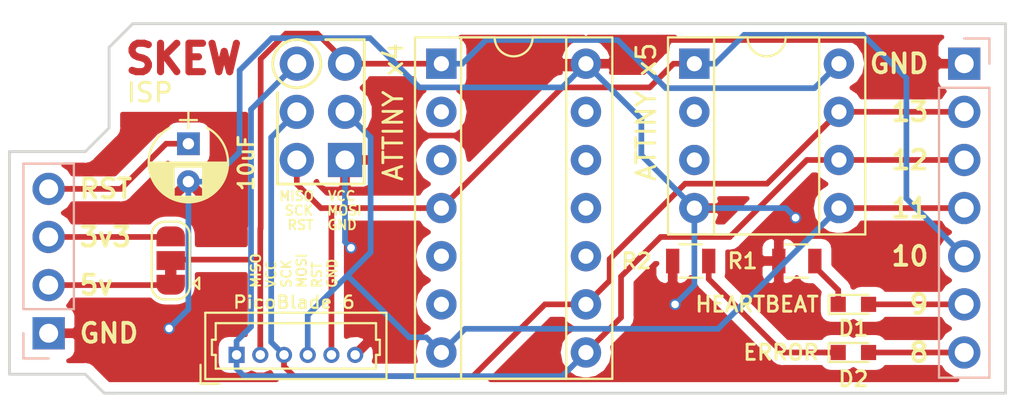
<source format=kicad_pcb>
(kicad_pcb (version 20171130) (host pcbnew 5.0.2-bee76a0~70~ubuntu18.04.1)

  (general
    (thickness 1.6)
    (drawings 33)
    (tracks 136)
    (zones 0)
    (modules 12)
    (nets 14)
  )

  (page User 148.006 105.004)
  (layers
    (0 F.Cu signal)
    (31 B.Cu signal)
    (32 B.Adhes user)
    (33 F.Adhes user)
    (34 B.Paste user)
    (35 F.Paste user)
    (36 B.SilkS user)
    (37 F.SilkS user)
    (38 B.Mask user)
    (39 F.Mask user)
    (40 Dwgs.User user)
    (41 Cmts.User user)
    (42 Eco1.User user)
    (43 Eco2.User user)
    (44 Edge.Cuts user)
    (45 Margin user)
    (46 B.CrtYd user)
    (47 F.CrtYd user)
    (48 B.Fab user)
    (49 F.Fab user)
  )

  (setup
    (last_trace_width 0.3)
    (trace_clearance 0.3)
    (zone_clearance 0.508)
    (zone_45_only yes)
    (trace_min 0.2)
    (segment_width 0.2)
    (edge_width 0.15)
    (via_size 0.6)
    (via_drill 0.4)
    (via_min_size 0.4)
    (via_min_drill 0.3)
    (uvia_size 0.3)
    (uvia_drill 0.1)
    (uvias_allowed no)
    (uvia_min_size 0.2)
    (uvia_min_drill 0.1)
    (pcb_text_width 0.3)
    (pcb_text_size 1.5 1.5)
    (mod_edge_width 0.15)
    (mod_text_size 1 1)
    (mod_text_width 0.15)
    (pad_size 1.8 1.8)
    (pad_drill 1)
    (pad_to_mask_clearance 0.2)
    (solder_mask_min_width 0.25)
    (aux_axis_origin 0 0)
    (visible_elements FFFFFFFF)
    (pcbplotparams
      (layerselection 0x310fc_ffffffff)
      (usegerberextensions true)
      (usegerberattributes false)
      (usegerberadvancedattributes false)
      (creategerberjobfile false)
      (excludeedgelayer true)
      (linewidth 0.100000)
      (plotframeref false)
      (viasonmask false)
      (mode 1)
      (useauxorigin true)
      (hpglpennumber 1)
      (hpglpenspeed 20)
      (hpglpendiameter 15.000000)
      (psnegative false)
      (psa4output false)
      (plotreference true)
      (plotvalue true)
      (plotinvisibletext false)
      (padsonsilk false)
      (subtractmaskfromsilk false)
      (outputformat 1)
      (mirror false)
      (drillshape 0)
      (scaleselection 1)
      (outputdirectory "./SKEWISP_R2_181024"))
  )

  (net 0 "")
  (net 1 /RST)
  (net 2 GND)
  (net 3 /HEARTBEAT)
  (net 4 "Net-(D1-Pad1)")
  (net 5 /ERROR)
  (net 6 "Net-(D2-Pad1)")
  (net 7 VCC)
  (net 8 "Net-(J1-Pad3)")
  (net 9 /SCK)
  (net 10 /MISO)
  (net 11 /MOSI)
  (net 12 /RESET)
  (net 13 "Net-(J1-Pad2)")

  (net_class Default "This is the default net class."
    (clearance 0.3)
    (trace_width 0.3)
    (via_dia 0.6)
    (via_drill 0.4)
    (uvia_dia 0.3)
    (uvia_drill 0.1)
    (add_net /ERROR)
    (add_net /HEARTBEAT)
    (add_net /MISO)
    (add_net /MOSI)
    (add_net /RESET)
    (add_net /RST)
    (add_net /SCK)
    (add_net GND)
    (add_net "Net-(D1-Pad1)")
    (add_net "Net-(D2-Pad1)")
    (add_net "Net-(J1-Pad2)")
    (add_net "Net-(J1-Pad3)")
    (add_net VCC)
  )

  (net_class cut ""
    (clearance 0.2)
    (trace_width 0.2)
    (via_dia 0.6)
    (via_drill 0.4)
    (uvia_dia 0.3)
    (uvia_drill 0.1)
  )

  (module procsynth:ICSP_th (layer F.Cu) (tedit 5BD046DE) (tstamp 5BD07991)
    (at 68.935 31.152 270)
    (path /5A392B78)
    (fp_text reference J4 (at 5.588 0) (layer F.Fab)
      (effects (font (size 1 1) (thickness 0.15)))
    )
    (fp_text value ICSP_header (at 2.286 3.302 90) (layer F.SilkS) hide
      (effects (font (size 1 1) (thickness 0.15)))
    )
    (fp_line (start -1.016 2.306) (end 3.81 2.306) (layer F.SilkS) (width 0.15))
    (fp_line (start -3.81 -2.266) (end -3.81 -0.234) (layer F.SilkS) (width 0.15))
    (fp_arc (start -2.54 1.29) (end -3.81 1.29) (angle 360) (layer F.SilkS) (width 0.15))
    (fp_line (start -3.81 -2.266) (end 3.81 -2.266) (layer F.SilkS) (width 0.15))
    (fp_line (start 3.81 -2.266) (end 3.81 2.306) (layer F.SilkS) (width 0.15))
    (pad 5 thru_hole circle (at 2.54 1.29 270) (size 1.8 1.8) (drill 1) (layers *.Cu *.Mask)
      (net 12 /RESET))
    (pad 4 thru_hole circle (at 0 -1.25 270) (size 1.8 1.8) (drill 1) (layers *.Cu *.Mask)
      (net 11 /MOSI))
    (pad 6 thru_hole rect (at 2.54 -1.25 270) (size 1.8 1.8) (drill 1) (layers *.Cu *.Mask)
      (net 2 GND))
    (pad 2 thru_hole circle (at -2.54 -1.25 270) (size 1.8 1.8) (drill 1) (layers *.Cu *.Mask)
      (net 7 VCC))
    (pad 3 thru_hole circle (at 0 1.29 270) (size 1.8 1.8) (drill 1) (layers *.Cu *.Mask)
      (net 9 /SCK))
    (pad 1 thru_hole circle (at -2.54 1.29 270) (size 1.8 1.8) (drill 1) (layers *.Cu *.Mask)
      (net 10 /MISO))
  )

  (module Capacitors_THT:CP_Radial_D4.0mm_P2.00mm placed (layer F.Cu) (tedit 5A393CD7) (tstamp 597E2E3C)
    (at 61.93 32.835 270)
    (descr "CP, Radial series, Radial, pin pitch=2.00mm, , diameter=4mm, Electrolytic Capacitor")
    (tags "CP Radial series Radial pin pitch 2.00mm  diameter 4mm Electrolytic Capacitor")
    (path /597E1AB0)
    (fp_text reference C1 (at 1 -3.31 270) (layer F.Fab)
      (effects (font (size 1 1) (thickness 0.15)))
    )
    (fp_text value 10uF (at 1.016 -3.048 270) (layer F.SilkS)
      (effects (font (size 0.8 0.8) (thickness 0.15)))
    )
    (fp_arc (start 1 0) (end -0.845996 -0.98) (angle 124.1) (layer F.SilkS) (width 0.12))
    (fp_arc (start 1 0) (end -0.845996 0.98) (angle -124.1) (layer F.SilkS) (width 0.12))
    (fp_arc (start 1 0) (end 2.845996 -0.98) (angle 55.9) (layer F.SilkS) (width 0.12))
    (fp_circle (center 1 0) (end 3 0) (layer F.Fab) (width 0.1))
    (fp_line (start -1.7 0) (end -0.8 0) (layer F.Fab) (width 0.1))
    (fp_line (start -1.25 -0.45) (end -1.25 0.45) (layer F.Fab) (width 0.1))
    (fp_line (start 1 -2.05) (end 1 2.05) (layer F.SilkS) (width 0.12))
    (fp_line (start 1.04 -2.05) (end 1.04 2.05) (layer F.SilkS) (width 0.12))
    (fp_line (start 1.08 -2.049) (end 1.08 2.049) (layer F.SilkS) (width 0.12))
    (fp_line (start 1.12 -2.047) (end 1.12 2.047) (layer F.SilkS) (width 0.12))
    (fp_line (start 1.16 -2.044) (end 1.16 2.044) (layer F.SilkS) (width 0.12))
    (fp_line (start 1.2 -2.041) (end 1.2 2.041) (layer F.SilkS) (width 0.12))
    (fp_line (start 1.24 -2.037) (end 1.24 -0.78) (layer F.SilkS) (width 0.12))
    (fp_line (start 1.24 0.78) (end 1.24 2.037) (layer F.SilkS) (width 0.12))
    (fp_line (start 1.28 -2.032) (end 1.28 -0.78) (layer F.SilkS) (width 0.12))
    (fp_line (start 1.28 0.78) (end 1.28 2.032) (layer F.SilkS) (width 0.12))
    (fp_line (start 1.32 -2.026) (end 1.32 -0.78) (layer F.SilkS) (width 0.12))
    (fp_line (start 1.32 0.78) (end 1.32 2.026) (layer F.SilkS) (width 0.12))
    (fp_line (start 1.36 -2.019) (end 1.36 -0.78) (layer F.SilkS) (width 0.12))
    (fp_line (start 1.36 0.78) (end 1.36 2.019) (layer F.SilkS) (width 0.12))
    (fp_line (start 1.4 -2.012) (end 1.4 -0.78) (layer F.SilkS) (width 0.12))
    (fp_line (start 1.4 0.78) (end 1.4 2.012) (layer F.SilkS) (width 0.12))
    (fp_line (start 1.44 -2.004) (end 1.44 -0.78) (layer F.SilkS) (width 0.12))
    (fp_line (start 1.44 0.78) (end 1.44 2.004) (layer F.SilkS) (width 0.12))
    (fp_line (start 1.48 -1.995) (end 1.48 -0.78) (layer F.SilkS) (width 0.12))
    (fp_line (start 1.48 0.78) (end 1.48 1.995) (layer F.SilkS) (width 0.12))
    (fp_line (start 1.52 -1.985) (end 1.52 -0.78) (layer F.SilkS) (width 0.12))
    (fp_line (start 1.52 0.78) (end 1.52 1.985) (layer F.SilkS) (width 0.12))
    (fp_line (start 1.56 -1.974) (end 1.56 -0.78) (layer F.SilkS) (width 0.12))
    (fp_line (start 1.56 0.78) (end 1.56 1.974) (layer F.SilkS) (width 0.12))
    (fp_line (start 1.6 -1.963) (end 1.6 -0.78) (layer F.SilkS) (width 0.12))
    (fp_line (start 1.6 0.78) (end 1.6 1.963) (layer F.SilkS) (width 0.12))
    (fp_line (start 1.64 -1.95) (end 1.64 -0.78) (layer F.SilkS) (width 0.12))
    (fp_line (start 1.64 0.78) (end 1.64 1.95) (layer F.SilkS) (width 0.12))
    (fp_line (start 1.68 -1.937) (end 1.68 -0.78) (layer F.SilkS) (width 0.12))
    (fp_line (start 1.68 0.78) (end 1.68 1.937) (layer F.SilkS) (width 0.12))
    (fp_line (start 1.721 -1.923) (end 1.721 -0.78) (layer F.SilkS) (width 0.12))
    (fp_line (start 1.721 0.78) (end 1.721 1.923) (layer F.SilkS) (width 0.12))
    (fp_line (start 1.761 -1.907) (end 1.761 -0.78) (layer F.SilkS) (width 0.12))
    (fp_line (start 1.761 0.78) (end 1.761 1.907) (layer F.SilkS) (width 0.12))
    (fp_line (start 1.801 -1.891) (end 1.801 -0.78) (layer F.SilkS) (width 0.12))
    (fp_line (start 1.801 0.78) (end 1.801 1.891) (layer F.SilkS) (width 0.12))
    (fp_line (start 1.841 -1.874) (end 1.841 -0.78) (layer F.SilkS) (width 0.12))
    (fp_line (start 1.841 0.78) (end 1.841 1.874) (layer F.SilkS) (width 0.12))
    (fp_line (start 1.881 -1.856) (end 1.881 -0.78) (layer F.SilkS) (width 0.12))
    (fp_line (start 1.881 0.78) (end 1.881 1.856) (layer F.SilkS) (width 0.12))
    (fp_line (start 1.921 -1.837) (end 1.921 -0.78) (layer F.SilkS) (width 0.12))
    (fp_line (start 1.921 0.78) (end 1.921 1.837) (layer F.SilkS) (width 0.12))
    (fp_line (start 1.961 -1.817) (end 1.961 -0.78) (layer F.SilkS) (width 0.12))
    (fp_line (start 1.961 0.78) (end 1.961 1.817) (layer F.SilkS) (width 0.12))
    (fp_line (start 2.001 -1.796) (end 2.001 -0.78) (layer F.SilkS) (width 0.12))
    (fp_line (start 2.001 0.78) (end 2.001 1.796) (layer F.SilkS) (width 0.12))
    (fp_line (start 2.041 -1.773) (end 2.041 -0.78) (layer F.SilkS) (width 0.12))
    (fp_line (start 2.041 0.78) (end 2.041 1.773) (layer F.SilkS) (width 0.12))
    (fp_line (start 2.081 -1.75) (end 2.081 -0.78) (layer F.SilkS) (width 0.12))
    (fp_line (start 2.081 0.78) (end 2.081 1.75) (layer F.SilkS) (width 0.12))
    (fp_line (start 2.121 -1.725) (end 2.121 -0.78) (layer F.SilkS) (width 0.12))
    (fp_line (start 2.121 0.78) (end 2.121 1.725) (layer F.SilkS) (width 0.12))
    (fp_line (start 2.161 -1.699) (end 2.161 -0.78) (layer F.SilkS) (width 0.12))
    (fp_line (start 2.161 0.78) (end 2.161 1.699) (layer F.SilkS) (width 0.12))
    (fp_line (start 2.201 -1.672) (end 2.201 -0.78) (layer F.SilkS) (width 0.12))
    (fp_line (start 2.201 0.78) (end 2.201 1.672) (layer F.SilkS) (width 0.12))
    (fp_line (start 2.241 -1.643) (end 2.241 -0.78) (layer F.SilkS) (width 0.12))
    (fp_line (start 2.241 0.78) (end 2.241 1.643) (layer F.SilkS) (width 0.12))
    (fp_line (start 2.281 -1.613) (end 2.281 -0.78) (layer F.SilkS) (width 0.12))
    (fp_line (start 2.281 0.78) (end 2.281 1.613) (layer F.SilkS) (width 0.12))
    (fp_line (start 2.321 -1.581) (end 2.321 -0.78) (layer F.SilkS) (width 0.12))
    (fp_line (start 2.321 0.78) (end 2.321 1.581) (layer F.SilkS) (width 0.12))
    (fp_line (start 2.361 -1.547) (end 2.361 -0.78) (layer F.SilkS) (width 0.12))
    (fp_line (start 2.361 0.78) (end 2.361 1.547) (layer F.SilkS) (width 0.12))
    (fp_line (start 2.401 -1.512) (end 2.401 -0.78) (layer F.SilkS) (width 0.12))
    (fp_line (start 2.401 0.78) (end 2.401 1.512) (layer F.SilkS) (width 0.12))
    (fp_line (start 2.441 -1.475) (end 2.441 -0.78) (layer F.SilkS) (width 0.12))
    (fp_line (start 2.441 0.78) (end 2.441 1.475) (layer F.SilkS) (width 0.12))
    (fp_line (start 2.481 -1.436) (end 2.481 -0.78) (layer F.SilkS) (width 0.12))
    (fp_line (start 2.481 0.78) (end 2.481 1.436) (layer F.SilkS) (width 0.12))
    (fp_line (start 2.521 -1.395) (end 2.521 -0.78) (layer F.SilkS) (width 0.12))
    (fp_line (start 2.521 0.78) (end 2.521 1.395) (layer F.SilkS) (width 0.12))
    (fp_line (start 2.561 -1.351) (end 2.561 -0.78) (layer F.SilkS) (width 0.12))
    (fp_line (start 2.561 0.78) (end 2.561 1.351) (layer F.SilkS) (width 0.12))
    (fp_line (start 2.601 -1.305) (end 2.601 -0.78) (layer F.SilkS) (width 0.12))
    (fp_line (start 2.601 0.78) (end 2.601 1.305) (layer F.SilkS) (width 0.12))
    (fp_line (start 2.641 -1.256) (end 2.641 -0.78) (layer F.SilkS) (width 0.12))
    (fp_line (start 2.641 0.78) (end 2.641 1.256) (layer F.SilkS) (width 0.12))
    (fp_line (start 2.681 -1.204) (end 2.681 -0.78) (layer F.SilkS) (width 0.12))
    (fp_line (start 2.681 0.78) (end 2.681 1.204) (layer F.SilkS) (width 0.12))
    (fp_line (start 2.721 -1.148) (end 2.721 -0.78) (layer F.SilkS) (width 0.12))
    (fp_line (start 2.721 0.78) (end 2.721 1.148) (layer F.SilkS) (width 0.12))
    (fp_line (start 2.761 -1.088) (end 2.761 -0.78) (layer F.SilkS) (width 0.12))
    (fp_line (start 2.761 0.78) (end 2.761 1.088) (layer F.SilkS) (width 0.12))
    (fp_line (start 2.801 -1.023) (end 2.801 1.023) (layer F.SilkS) (width 0.12))
    (fp_line (start 2.841 -0.952) (end 2.841 0.952) (layer F.SilkS) (width 0.12))
    (fp_line (start 2.881 -0.874) (end 2.881 0.874) (layer F.SilkS) (width 0.12))
    (fp_line (start 2.921 -0.786) (end 2.921 0.786) (layer F.SilkS) (width 0.12))
    (fp_line (start 2.961 -0.686) (end 2.961 0.686) (layer F.SilkS) (width 0.12))
    (fp_line (start 3.001 -0.567) (end 3.001 0.567) (layer F.SilkS) (width 0.12))
    (fp_line (start 3.041 -0.415) (end 3.041 0.415) (layer F.SilkS) (width 0.12))
    (fp_line (start 3.081 -0.165) (end 3.081 0.165) (layer F.SilkS) (width 0.12))
    (fp_line (start -1.7 0) (end -0.8 0) (layer F.SilkS) (width 0.12))
    (fp_line (start -1.25 -0.45) (end -1.25 0.45) (layer F.SilkS) (width 0.12))
    (fp_line (start -1.35 -2.35) (end -1.35 2.35) (layer F.CrtYd) (width 0.05))
    (fp_line (start -1.35 2.35) (end 3.35 2.35) (layer F.CrtYd) (width 0.05))
    (fp_line (start 3.35 2.35) (end 3.35 -2.35) (layer F.CrtYd) (width 0.05))
    (fp_line (start 3.35 -2.35) (end -1.35 -2.35) (layer F.CrtYd) (width 0.05))
    (fp_text user %R (at 1 0 270) (layer F.Fab)
      (effects (font (size 1 1) (thickness 0.15)))
    )
    (pad 1 thru_hole rect (at 0 0 270) (size 1.2 1.2) (drill 0.6) (layers *.Cu *.Mask)
      (net 1 /RST))
    (pad 2 thru_hole circle (at 2 0 270) (size 1.2 1.2) (drill 0.6) (layers *.Cu *.Mask)
      (net 2 GND))
    (model ${KISYS3DMOD}/Capacitors_THT.3dshapes/CP_Radial_D4.0mm_P2.00mm.wrl
      (at (xyz 0 0 0))
      (scale (xyz 1 1 1))
      (rotate (xyz 0 0 0))
    )
  )

  (module Pin_Headers:Pin_Header_Straight_1x04_Pitch2.54mm placed (layer B.Cu) (tedit 5A393CF1) (tstamp 597E2E44)
    (at 54.564 42.836)
    (descr "Through hole straight pin header, 1x04, 2.54mm pitch, single row")
    (tags "Through hole pin header THT 1x04 2.54mm single row")
    (path /597E1A4F)
    (fp_text reference J1 (at 2.54 1.27) (layer B.Fab)
      (effects (font (size 1 1) (thickness 0.15)) (justify mirror))
    )
    (fp_text value "UNO POWER" (at 2.54 -3.81 90) (layer B.Fab)
      (effects (font (size 1 1) (thickness 0.15)) (justify mirror))
    )
    (fp_line (start -0.635 1.27) (end 1.27 1.27) (layer B.Fab) (width 0.1))
    (fp_line (start 1.27 1.27) (end 1.27 -8.89) (layer B.Fab) (width 0.1))
    (fp_line (start 1.27 -8.89) (end -1.27 -8.89) (layer B.Fab) (width 0.1))
    (fp_line (start -1.27 -8.89) (end -1.27 0.635) (layer B.Fab) (width 0.1))
    (fp_line (start -1.27 0.635) (end -0.635 1.27) (layer B.Fab) (width 0.1))
    (fp_line (start -1.33 -8.95) (end 1.33 -8.95) (layer B.SilkS) (width 0.12))
    (fp_line (start -1.33 -1.27) (end -1.33 -8.95) (layer B.SilkS) (width 0.12))
    (fp_line (start 1.33 -1.27) (end 1.33 -8.95) (layer B.SilkS) (width 0.12))
    (fp_line (start -1.33 -1.27) (end 1.33 -1.27) (layer B.SilkS) (width 0.12))
    (fp_line (start -1.33 0) (end -1.33 1.33) (layer B.SilkS) (width 0.12))
    (fp_line (start -1.33 1.33) (end 0 1.33) (layer B.SilkS) (width 0.12))
    (fp_line (start -1.8 1.8) (end -1.8 -9.4) (layer B.CrtYd) (width 0.05))
    (fp_line (start -1.8 -9.4) (end 1.8 -9.4) (layer B.CrtYd) (width 0.05))
    (fp_line (start 1.8 -9.4) (end 1.8 1.8) (layer B.CrtYd) (width 0.05))
    (fp_line (start 1.8 1.8) (end -1.8 1.8) (layer B.CrtYd) (width 0.05))
    (fp_text user %R (at 0 -3.81 270) (layer B.Fab)
      (effects (font (size 1 1) (thickness 0.15)) (justify mirror))
    )
    (pad 1 thru_hole rect (at 0 0) (size 1.7 1.7) (drill 1) (layers *.Cu *.Mask)
      (net 2 GND))
    (pad 2 thru_hole oval (at 0 -2.54) (size 1.7 1.7) (drill 1) (layers *.Cu *.Mask)
      (net 13 "Net-(J1-Pad2)"))
    (pad 3 thru_hole oval (at 0 -5.08) (size 1.7 1.7) (drill 1) (layers *.Cu *.Mask)
      (net 8 "Net-(J1-Pad3)"))
    (pad 4 thru_hole oval (at 0 -7.62) (size 1.7 1.7) (drill 1) (layers *.Cu *.Mask)
      (net 1 /RST))
    (model ${KISYS3DMOD}/Pin_Headers.3dshapes/Pin_Header_Straight_1x04_Pitch2.54mm.wrl
      (at (xyz 0 0 0))
      (scale (xyz 1 1 1))
      (rotate (xyz 0 0 0))
    )
  )

  (module Pin_Headers:Pin_Header_Straight_1x07_Pitch2.54mm placed (layer B.Cu) (tedit 5A393CFD) (tstamp 597E2E4F)
    (at 102.824 28.612 180)
    (descr "Through hole straight pin header, 1x07, 2.54mm pitch, single row")
    (tags "Through hole pin header THT 1x07 2.54mm single row")
    (path /597E1339)
    (fp_text reference J2 (at 2.54 -15.24 180) (layer B.Fab)
      (effects (font (size 1 1) (thickness 0.15)) (justify mirror))
    )
    (fp_text value "UNO PIN 8-13, GND" (at 2.54 -5.08 270) (layer B.Fab)
      (effects (font (size 1 1) (thickness 0.15)) (justify mirror))
    )
    (fp_line (start -0.635 1.27) (end 1.27 1.27) (layer B.Fab) (width 0.1))
    (fp_line (start 1.27 1.27) (end 1.27 -16.51) (layer B.Fab) (width 0.1))
    (fp_line (start 1.27 -16.51) (end -1.27 -16.51) (layer B.Fab) (width 0.1))
    (fp_line (start -1.27 -16.51) (end -1.27 0.635) (layer B.Fab) (width 0.1))
    (fp_line (start -1.27 0.635) (end -0.635 1.27) (layer B.Fab) (width 0.1))
    (fp_line (start -1.33 -16.57) (end 1.33 -16.57) (layer B.SilkS) (width 0.12))
    (fp_line (start -1.33 -1.27) (end -1.33 -16.57) (layer B.SilkS) (width 0.12))
    (fp_line (start 1.33 -1.27) (end 1.33 -16.57) (layer B.SilkS) (width 0.12))
    (fp_line (start -1.33 -1.27) (end 1.33 -1.27) (layer B.SilkS) (width 0.12))
    (fp_line (start -1.33 0) (end -1.33 1.33) (layer B.SilkS) (width 0.12))
    (fp_line (start -1.33 1.33) (end 0 1.33) (layer B.SilkS) (width 0.12))
    (fp_line (start -1.8 1.8) (end -1.8 -17.05) (layer B.CrtYd) (width 0.05))
    (fp_line (start -1.8 -17.05) (end 1.8 -17.05) (layer B.CrtYd) (width 0.05))
    (fp_line (start 1.8 -17.05) (end 1.8 1.8) (layer B.CrtYd) (width 0.05))
    (fp_line (start 1.8 1.8) (end -1.8 1.8) (layer B.CrtYd) (width 0.05))
    (fp_text user %R (at 0 -7.62 90) (layer B.Fab)
      (effects (font (size 1 1) (thickness 0.15)) (justify mirror))
    )
    (pad 1 thru_hole rect (at 0 0 180) (size 1.7 1.7) (drill 1) (layers *.Cu *.Mask)
      (net 2 GND))
    (pad 2 thru_hole oval (at 0 -2.54 180) (size 1.7 1.7) (drill 1) (layers *.Cu *.Mask)
      (net 9 /SCK))
    (pad 3 thru_hole oval (at 0 -5.08 180) (size 1.7 1.7) (drill 1) (layers *.Cu *.Mask)
      (net 10 /MISO))
    (pad 4 thru_hole oval (at 0 -7.62 180) (size 1.7 1.7) (drill 1) (layers *.Cu *.Mask)
      (net 11 /MOSI))
    (pad 5 thru_hole oval (at 0 -10.16 180) (size 1.7 1.7) (drill 1) (layers *.Cu *.Mask)
      (net 12 /RESET))
    (pad 6 thru_hole oval (at 0 -12.7 180) (size 1.7 1.7) (drill 1) (layers *.Cu *.Mask)
      (net 3 /HEARTBEAT))
    (pad 7 thru_hole oval (at 0 -15.24 180) (size 1.7 1.7) (drill 1) (layers *.Cu *.Mask)
      (net 5 /ERROR))
    (model ${KISYS3DMOD}/Pin_Headers.3dshapes/Pin_Header_Straight_1x07_Pitch2.54mm.wrl
      (at (xyz 0 0 0))
      (scale (xyz 1 1 1))
      (rotate (xyz 0 0 0))
    )
  )

  (module Housings_DIP:DIP-8_W7.62mm_Socket placed (layer F.Cu) (tedit 597E3A29) (tstamp 5BD043A8)
    (at 88.6 28.612)
    (descr "8-lead dip package, row spacing 7.62 mm (300 mils), Socket")
    (tags "DIL DIP PDIP 2.54mm 7.62mm 300mil Socket")
    (path /597E1934)
    (fp_text reference S8 (at 3.81 1.27) (layer F.Fab)
      (effects (font (size 1 1) (thickness 0.15)))
    )
    (fp_text value "ATTINY x5" (at -2.54 2.54 90) (layer F.SilkS)
      (effects (font (size 1 1) (thickness 0.15)))
    )
    (fp_text user %R (at 3.81 3.81) (layer F.Fab)
      (effects (font (size 1 1) (thickness 0.15)))
    )
    (fp_line (start 1.635 -1.27) (end 6.985 -1.27) (layer F.Fab) (width 0.1))
    (fp_line (start 6.985 -1.27) (end 6.985 8.89) (layer F.Fab) (width 0.1))
    (fp_line (start 6.985 8.89) (end 0.635 8.89) (layer F.Fab) (width 0.1))
    (fp_line (start 0.635 8.89) (end 0.635 -0.27) (layer F.Fab) (width 0.1))
    (fp_line (start 0.635 -0.27) (end 1.635 -1.27) (layer F.Fab) (width 0.1))
    (fp_line (start -1.27 -1.27) (end -1.27 8.89) (layer F.Fab) (width 0.1))
    (fp_line (start -1.27 8.89) (end 8.89 8.89) (layer F.Fab) (width 0.1))
    (fp_line (start 8.89 8.89) (end 8.89 -1.27) (layer F.Fab) (width 0.1))
    (fp_line (start 8.89 -1.27) (end -1.27 -1.27) (layer F.Fab) (width 0.1))
    (fp_line (start 2.81 -1.39) (end 1.04 -1.39) (layer F.SilkS) (width 0.12))
    (fp_line (start 1.04 -1.39) (end 1.04 9.01) (layer F.SilkS) (width 0.12))
    (fp_line (start 1.04 9.01) (end 6.58 9.01) (layer F.SilkS) (width 0.12))
    (fp_line (start 6.58 9.01) (end 6.58 -1.39) (layer F.SilkS) (width 0.12))
    (fp_line (start 6.58 -1.39) (end 4.81 -1.39) (layer F.SilkS) (width 0.12))
    (fp_line (start -1.39 -1.39) (end -1.39 9.01) (layer F.SilkS) (width 0.12))
    (fp_line (start -1.39 9.01) (end 9.01 9.01) (layer F.SilkS) (width 0.12))
    (fp_line (start 9.01 9.01) (end 9.01 -1.39) (layer F.SilkS) (width 0.12))
    (fp_line (start 9.01 -1.39) (end -1.39 -1.39) (layer F.SilkS) (width 0.12))
    (fp_line (start -1.7 -1.7) (end -1.7 9.3) (layer F.CrtYd) (width 0.05))
    (fp_line (start -1.7 9.3) (end 9.3 9.3) (layer F.CrtYd) (width 0.05))
    (fp_line (start 9.3 9.3) (end 9.3 -1.7) (layer F.CrtYd) (width 0.05))
    (fp_line (start 9.3 -1.7) (end -1.7 -1.7) (layer F.CrtYd) (width 0.05))
    (fp_arc (start 3.81 -1.39) (end 2.81 -1.39) (angle -180) (layer F.SilkS) (width 0.12))
    (pad 1 thru_hole rect (at 0 0) (size 1.6 1.6) (drill 0.8) (layers *.Cu *.Mask)
      (net 12 /RESET))
    (pad 5 thru_hole oval (at 7.62 7.62) (size 1.6 1.6) (drill 0.8) (layers *.Cu *.Mask)
      (net 11 /MOSI))
    (pad 2 thru_hole oval (at 0 2.54) (size 1.6 1.6) (drill 0.8) (layers *.Cu *.Mask))
    (pad 6 thru_hole oval (at 7.62 5.08) (size 1.6 1.6) (drill 0.8) (layers *.Cu *.Mask)
      (net 10 /MISO))
    (pad 3 thru_hole oval (at 0 5.08) (size 1.6 1.6) (drill 0.8) (layers *.Cu *.Mask))
    (pad 7 thru_hole oval (at 7.62 2.54) (size 1.6 1.6) (drill 0.8) (layers *.Cu *.Mask)
      (net 9 /SCK))
    (pad 4 thru_hole oval (at 0 7.62) (size 1.6 1.6) (drill 0.8) (layers *.Cu *.Mask)
      (net 2 GND))
    (pad 8 thru_hole oval (at 7.62 0) (size 1.6 1.6) (drill 0.8) (layers *.Cu *.Mask)
      (net 7 VCC))
    (model ${KISYS3DMOD}/Housings_DIP.3dshapes/DIP-8_W7.62mm_Socket.wrl
      (at (xyz 0 0 0))
      (scale (xyz 1 1 1))
      (rotate (xyz 0 0 0))
    )
  )

  (module Housings_DIP:DIP-14_W7.62mm_Socket placed (layer F.Cu) (tedit 597E3A22) (tstamp 597E2E6D)
    (at 75.265 28.612)
    (descr "14-lead dip package, row spacing 7.62 mm (300 mils), Socket")
    (tags "DIL DIP PDIP 2.54mm 7.62mm 300mil Socket")
    (path /597E17DC)
    (fp_text reference S14 (at 3.81 1.27) (layer F.Fab)
      (effects (font (size 1 1) (thickness 0.15)))
    )
    (fp_text value "ATTINY x4" (at -2.54 2.54 90) (layer F.SilkS)
      (effects (font (size 1 1) (thickness 0.15)))
    )
    (fp_text user %R (at 3.81 7.62) (layer F.Fab)
      (effects (font (size 1 1) (thickness 0.15)))
    )
    (fp_line (start 1.635 -1.27) (end 6.985 -1.27) (layer F.Fab) (width 0.1))
    (fp_line (start 6.985 -1.27) (end 6.985 16.51) (layer F.Fab) (width 0.1))
    (fp_line (start 6.985 16.51) (end 0.635 16.51) (layer F.Fab) (width 0.1))
    (fp_line (start 0.635 16.51) (end 0.635 -0.27) (layer F.Fab) (width 0.1))
    (fp_line (start 0.635 -0.27) (end 1.635 -1.27) (layer F.Fab) (width 0.1))
    (fp_line (start -1.27 -1.27) (end -1.27 16.51) (layer F.Fab) (width 0.1))
    (fp_line (start -1.27 16.51) (end 8.89 16.51) (layer F.Fab) (width 0.1))
    (fp_line (start 8.89 16.51) (end 8.89 -1.27) (layer F.Fab) (width 0.1))
    (fp_line (start 8.89 -1.27) (end -1.27 -1.27) (layer F.Fab) (width 0.1))
    (fp_line (start 2.81 -1.39) (end 1.04 -1.39) (layer F.SilkS) (width 0.12))
    (fp_line (start 1.04 -1.39) (end 1.04 16.63) (layer F.SilkS) (width 0.12))
    (fp_line (start 1.04 16.63) (end 6.58 16.63) (layer F.SilkS) (width 0.12))
    (fp_line (start 6.58 16.63) (end 6.58 -1.39) (layer F.SilkS) (width 0.12))
    (fp_line (start 6.58 -1.39) (end 4.81 -1.39) (layer F.SilkS) (width 0.12))
    (fp_line (start -1.39 -1.39) (end -1.39 16.63) (layer F.SilkS) (width 0.12))
    (fp_line (start -1.39 16.63) (end 9.01 16.63) (layer F.SilkS) (width 0.12))
    (fp_line (start 9.01 16.63) (end 9.01 -1.39) (layer F.SilkS) (width 0.12))
    (fp_line (start 9.01 -1.39) (end -1.39 -1.39) (layer F.SilkS) (width 0.12))
    (fp_line (start -1.7 -1.7) (end -1.7 16.9) (layer F.CrtYd) (width 0.05))
    (fp_line (start -1.7 16.9) (end 9.3 16.9) (layer F.CrtYd) (width 0.05))
    (fp_line (start 9.3 16.9) (end 9.3 -1.7) (layer F.CrtYd) (width 0.05))
    (fp_line (start 9.3 -1.7) (end -1.7 -1.7) (layer F.CrtYd) (width 0.05))
    (fp_arc (start 3.81 -1.39) (end 2.81 -1.39) (angle -180) (layer F.SilkS) (width 0.12))
    (pad 1 thru_hole rect (at 0 0) (size 1.6 1.6) (drill 0.8) (layers *.Cu *.Mask)
      (net 7 VCC))
    (pad 8 thru_hole oval (at 7.62 15.24) (size 1.6 1.6) (drill 0.8) (layers *.Cu *.Mask)
      (net 10 /MISO))
    (pad 2 thru_hole oval (at 0 2.54) (size 1.6 1.6) (drill 0.8) (layers *.Cu *.Mask))
    (pad 9 thru_hole oval (at 7.62 12.7) (size 1.6 1.6) (drill 0.8) (layers *.Cu *.Mask)
      (net 9 /SCK))
    (pad 3 thru_hole oval (at 0 5.08) (size 1.6 1.6) (drill 0.8) (layers *.Cu *.Mask))
    (pad 10 thru_hole oval (at 7.62 10.16) (size 1.6 1.6) (drill 0.8) (layers *.Cu *.Mask))
    (pad 4 thru_hole oval (at 0 7.62) (size 1.6 1.6) (drill 0.8) (layers *.Cu *.Mask)
      (net 12 /RESET))
    (pad 11 thru_hole oval (at 7.62 7.62) (size 1.6 1.6) (drill 0.8) (layers *.Cu *.Mask))
    (pad 5 thru_hole oval (at 0 10.16) (size 1.6 1.6) (drill 0.8) (layers *.Cu *.Mask))
    (pad 12 thru_hole oval (at 7.62 5.08) (size 1.6 1.6) (drill 0.8) (layers *.Cu *.Mask))
    (pad 6 thru_hole oval (at 0 12.7) (size 1.6 1.6) (drill 0.8) (layers *.Cu *.Mask))
    (pad 13 thru_hole oval (at 7.62 2.54) (size 1.6 1.6) (drill 0.8) (layers *.Cu *.Mask))
    (pad 7 thru_hole oval (at 0 15.24) (size 1.6 1.6) (drill 0.8) (layers *.Cu *.Mask)
      (net 11 /MOSI))
    (pad 14 thru_hole oval (at 7.62 0) (size 1.6 1.6) (drill 0.8) (layers *.Cu *.Mask)
      (net 2 GND))
    (model ${KISYS3DMOD}/Housings_DIP.3dshapes/DIP-14_W7.62mm_Socket.wrl
      (at (xyz 0 0 0))
      (scale (xyz 1 1 1))
      (rotate (xyz 0 0 0))
    )
  )

  (module LEDs:LED_0603 (layer F.Cu) (tedit 5A393D5D) (tstamp 5A392CD3)
    (at 96.982 41.312)
    (descr "LED 0603 smd package")
    (tags "LED led 0603 SMD smd SMT smt smdled SMDLED smtled SMTLED")
    (path /59C7DE7E)
    (attr smd)
    (fp_text reference D1 (at 0 1.27) (layer F.SilkS)
      (effects (font (size 0.8 0.8) (thickness 0.15)))
    )
    (fp_text value HEARTBEAT (at -5.08 0) (layer F.SilkS)
      (effects (font (size 0.8 0.8) (thickness 0.15)))
    )
    (fp_line (start -1.3 -0.5) (end -1.3 0.5) (layer F.SilkS) (width 0.12))
    (fp_line (start -0.2 -0.2) (end -0.2 0.2) (layer F.Fab) (width 0.1))
    (fp_line (start -0.15 0) (end 0.15 -0.2) (layer F.Fab) (width 0.1))
    (fp_line (start 0.15 0.2) (end -0.15 0) (layer F.Fab) (width 0.1))
    (fp_line (start 0.15 -0.2) (end 0.15 0.2) (layer F.Fab) (width 0.1))
    (fp_line (start 0.8 0.4) (end -0.8 0.4) (layer F.Fab) (width 0.1))
    (fp_line (start 0.8 -0.4) (end 0.8 0.4) (layer F.Fab) (width 0.1))
    (fp_line (start -0.8 -0.4) (end 0.8 -0.4) (layer F.Fab) (width 0.1))
    (fp_line (start -0.8 0.4) (end -0.8 -0.4) (layer F.Fab) (width 0.1))
    (fp_line (start -1.3 0.5) (end 0.8 0.5) (layer F.SilkS) (width 0.12))
    (fp_line (start -1.3 -0.5) (end 0.8 -0.5) (layer F.SilkS) (width 0.12))
    (fp_line (start 1.45 -0.65) (end 1.45 0.65) (layer F.CrtYd) (width 0.05))
    (fp_line (start 1.45 0.65) (end -1.45 0.65) (layer F.CrtYd) (width 0.05))
    (fp_line (start -1.45 0.65) (end -1.45 -0.65) (layer F.CrtYd) (width 0.05))
    (fp_line (start -1.45 -0.65) (end 1.45 -0.65) (layer F.CrtYd) (width 0.05))
    (pad 2 smd rect (at 0.8 0 180) (size 0.8 0.8) (layers F.Cu F.Paste F.Mask)
      (net 3 /HEARTBEAT))
    (pad 1 smd rect (at -0.8 0 180) (size 0.8 0.8) (layers F.Cu F.Paste F.Mask)
      (net 4 "Net-(D1-Pad1)"))
    (model ${KISYS3DMOD}/LEDs.3dshapes/LED_0603.wrl
      (at (xyz 0 0 0))
      (scale (xyz 1 1 1))
      (rotate (xyz 0 0 180))
    )
  )

  (module LEDs:LED_0603 (layer F.Cu) (tedit 5A393D58) (tstamp 5A392CD9)
    (at 96.982 43.852)
    (descr "LED 0603 smd package")
    (tags "LED led 0603 SMD smd SMT smt smdled SMDLED smtled SMTLED")
    (path /59C7DEFF)
    (attr smd)
    (fp_text reference D2 (at 0 1.397) (layer F.SilkS)
      (effects (font (size 0.8 0.8) (thickness 0.15)))
    )
    (fp_text value ERROR (at -3.81 0) (layer F.SilkS)
      (effects (font (size 0.8 0.8) (thickness 0.15)))
    )
    (fp_line (start -1.3 -0.5) (end -1.3 0.5) (layer F.SilkS) (width 0.12))
    (fp_line (start -0.2 -0.2) (end -0.2 0.2) (layer F.Fab) (width 0.1))
    (fp_line (start -0.15 0) (end 0.15 -0.2) (layer F.Fab) (width 0.1))
    (fp_line (start 0.15 0.2) (end -0.15 0) (layer F.Fab) (width 0.1))
    (fp_line (start 0.15 -0.2) (end 0.15 0.2) (layer F.Fab) (width 0.1))
    (fp_line (start 0.8 0.4) (end -0.8 0.4) (layer F.Fab) (width 0.1))
    (fp_line (start 0.8 -0.4) (end 0.8 0.4) (layer F.Fab) (width 0.1))
    (fp_line (start -0.8 -0.4) (end 0.8 -0.4) (layer F.Fab) (width 0.1))
    (fp_line (start -0.8 0.4) (end -0.8 -0.4) (layer F.Fab) (width 0.1))
    (fp_line (start -1.3 0.5) (end 0.8 0.5) (layer F.SilkS) (width 0.12))
    (fp_line (start -1.3 -0.5) (end 0.8 -0.5) (layer F.SilkS) (width 0.12))
    (fp_line (start 1.45 -0.65) (end 1.45 0.65) (layer F.CrtYd) (width 0.05))
    (fp_line (start 1.45 0.65) (end -1.45 0.65) (layer F.CrtYd) (width 0.05))
    (fp_line (start -1.45 0.65) (end -1.45 -0.65) (layer F.CrtYd) (width 0.05))
    (fp_line (start -1.45 -0.65) (end 1.45 -0.65) (layer F.CrtYd) (width 0.05))
    (pad 2 smd rect (at 0.8 0 180) (size 0.8 0.8) (layers F.Cu F.Paste F.Mask)
      (net 5 /ERROR))
    (pad 1 smd rect (at -0.8 0 180) (size 0.8 0.8) (layers F.Cu F.Paste F.Mask)
      (net 6 "Net-(D2-Pad1)"))
    (model ${KISYS3DMOD}/LEDs.3dshapes/LED_0603.wrl
      (at (xyz 0 0 0))
      (scale (xyz 1 1 1))
      (rotate (xyz 0 0 180))
    )
  )

  (module Resistors_SMD:R_0805 (layer F.Cu) (tedit 5A393C8F) (tstamp 5A392CF0)
    (at 94 39.026 180)
    (descr "Resistor SMD 0805, reflow soldering, Vishay (see dcrcw.pdf)")
    (tags "resistor 0805")
    (path /59C7DEA7)
    (attr smd)
    (fp_text reference R1 (at 2.86 0 180) (layer F.SilkS)
      (effects (font (size 0.8 0.8) (thickness 0.15)))
    )
    (fp_text value R (at 2.032 0 180) (layer F.Fab)
      (effects (font (size 1 1) (thickness 0.15)))
    )
    (fp_text user %R (at 0 0 180) (layer F.Fab)
      (effects (font (size 0.5 0.5) (thickness 0.075)))
    )
    (fp_line (start -1 0.62) (end -1 -0.62) (layer F.Fab) (width 0.1))
    (fp_line (start 1 0.62) (end -1 0.62) (layer F.Fab) (width 0.1))
    (fp_line (start 1 -0.62) (end 1 0.62) (layer F.Fab) (width 0.1))
    (fp_line (start -1 -0.62) (end 1 -0.62) (layer F.Fab) (width 0.1))
    (fp_line (start 0.6 0.88) (end -0.6 0.88) (layer F.SilkS) (width 0.12))
    (fp_line (start -0.6 -0.88) (end 0.6 -0.88) (layer F.SilkS) (width 0.12))
    (fp_line (start -1.55 -0.9) (end 1.55 -0.9) (layer F.CrtYd) (width 0.05))
    (fp_line (start -1.55 -0.9) (end -1.55 0.9) (layer F.CrtYd) (width 0.05))
    (fp_line (start 1.55 0.9) (end 1.55 -0.9) (layer F.CrtYd) (width 0.05))
    (fp_line (start 1.55 0.9) (end -1.55 0.9) (layer F.CrtYd) (width 0.05))
    (pad 1 smd rect (at -0.95 0 180) (size 0.7 1.3) (layers F.Cu F.Paste F.Mask)
      (net 4 "Net-(D1-Pad1)"))
    (pad 2 smd rect (at 0.95 0 180) (size 0.7 1.3) (layers F.Cu F.Paste F.Mask)
      (net 2 GND))
    (model ${KISYS3DMOD}/Resistors_SMD.3dshapes/R_0805.wrl
      (at (xyz 0 0 0))
      (scale (xyz 1 1 1))
      (rotate (xyz 0 0 0))
    )
  )

  (module Resistors_SMD:R_0805 (layer F.Cu) (tedit 5A393C80) (tstamp 5A392CF6)
    (at 88.407 39.026 180)
    (descr "Resistor SMD 0805, reflow soldering, Vishay (see dcrcw.pdf)")
    (tags "resistor 0805")
    (path /59C7DEDA)
    (attr smd)
    (fp_text reference R2 (at 2.86 0 180) (layer F.SilkS)
      (effects (font (size 0.8 0.8) (thickness 0.15)))
    )
    (fp_text value R (at 2.032 0 180) (layer F.Fab)
      (effects (font (size 1 1) (thickness 0.15)))
    )
    (fp_text user %R (at 0 0 180) (layer F.Fab)
      (effects (font (size 0.5 0.5) (thickness 0.075)))
    )
    (fp_line (start -1 0.62) (end -1 -0.62) (layer F.Fab) (width 0.1))
    (fp_line (start 1 0.62) (end -1 0.62) (layer F.Fab) (width 0.1))
    (fp_line (start 1 -0.62) (end 1 0.62) (layer F.Fab) (width 0.1))
    (fp_line (start -1 -0.62) (end 1 -0.62) (layer F.Fab) (width 0.1))
    (fp_line (start 0.6 0.88) (end -0.6 0.88) (layer F.SilkS) (width 0.12))
    (fp_line (start -0.6 -0.88) (end 0.6 -0.88) (layer F.SilkS) (width 0.12))
    (fp_line (start -1.55 -0.9) (end 1.55 -0.9) (layer F.CrtYd) (width 0.05))
    (fp_line (start -1.55 -0.9) (end -1.55 0.9) (layer F.CrtYd) (width 0.05))
    (fp_line (start 1.55 0.9) (end 1.55 -0.9) (layer F.CrtYd) (width 0.05))
    (fp_line (start 1.55 0.9) (end -1.55 0.9) (layer F.CrtYd) (width 0.05))
    (pad 1 smd rect (at -0.95 0 180) (size 0.7 1.3) (layers F.Cu F.Paste F.Mask)
      (net 6 "Net-(D2-Pad1)"))
    (pad 2 smd rect (at 0.95 0 180) (size 0.7 1.3) (layers F.Cu F.Paste F.Mask)
      (net 2 GND))
    (model ${KISYS3DMOD}/Resistors_SMD.3dshapes/R_0805.wrl
      (at (xyz 0 0 0))
      (scale (xyz 1 1 1))
      (rotate (xyz 0 0 0))
    )
  )

  (module Connectors_Molex:Molex_PicoBlade_53047-0610_06x1.25mm_Straight (layer F.Cu) (tedit 5BD04677) (tstamp 5BD070C8)
    (at 64.47 43.979)
    (descr "Molex PicoBlade, single row, top entry type, through hole, PN:53047-0610")
    (tags "connector molex picoblade")
    (path /5BD04889)
    (fp_text reference J5 (at 3.125 2.5) (layer F.SilkS) hide
      (effects (font (size 1 1) (thickness 0.15)))
    )
    (fp_text value "microblade 6" (at 3.125 -3.25) (layer F.Fab)
      (effects (font (size 1 1) (thickness 0.15)))
    )
    (fp_text user %R (at 3.125 -1.25) (layer F.Fab)
      (effects (font (size 1 1) (thickness 0.15)))
    )
    (fp_line (start -1.9 1.525) (end -0.9 1.525) (layer F.SilkS) (width 0.12))
    (fp_line (start -1.9 1.525) (end -1.9 0.525) (layer F.SilkS) (width 0.12))
    (fp_line (start 7.35 -1.675) (end 3.125 -1.675) (layer F.SilkS) (width 0.12))
    (fp_line (start 7.35 -0.8) (end 7.35 -1.675) (layer F.SilkS) (width 0.12))
    (fp_line (start 7.55 -0.8) (end 7.35 -0.8) (layer F.SilkS) (width 0.12))
    (fp_line (start 7.55 0) (end 7.55 -0.8) (layer F.SilkS) (width 0.12))
    (fp_line (start 7.35 0) (end 7.55 0) (layer F.SilkS) (width 0.12))
    (fp_line (start 7.35 0.725) (end 7.35 0) (layer F.SilkS) (width 0.12))
    (fp_line (start 3.125 0.725) (end 7.35 0.725) (layer F.SilkS) (width 0.12))
    (fp_line (start -1.1 -1.675) (end 3.125 -1.675) (layer F.SilkS) (width 0.12))
    (fp_line (start -1.1 -0.8) (end -1.1 -1.675) (layer F.SilkS) (width 0.12))
    (fp_line (start -1.3 -0.8) (end -1.1 -0.8) (layer F.SilkS) (width 0.12))
    (fp_line (start -1.3 0) (end -1.3 -0.8) (layer F.SilkS) (width 0.12))
    (fp_line (start -1.1 0) (end -1.3 0) (layer F.SilkS) (width 0.12))
    (fp_line (start -1.1 0.725) (end -1.1 0) (layer F.SilkS) (width 0.12))
    (fp_line (start 3.125 0.725) (end -1.1 0.725) (layer F.SilkS) (width 0.12))
    (fp_line (start 7.9 -2.225) (end -1.65 -2.225) (layer F.SilkS) (width 0.12))
    (fp_line (start 7.9 1.275) (end 7.9 -2.225) (layer F.SilkS) (width 0.12))
    (fp_line (start -1.65 1.275) (end 7.9 1.275) (layer F.SilkS) (width 0.12))
    (fp_line (start -1.65 -2.225) (end -1.65 1.275) (layer F.SilkS) (width 0.12))
    (fp_line (start 7.75 -2.075) (end -1.5 -2.075) (layer F.Fab) (width 0.1))
    (fp_line (start 7.75 1.125) (end 7.75 -2.075) (layer F.Fab) (width 0.1))
    (fp_line (start -1.5 1.125) (end 7.75 1.125) (layer F.Fab) (width 0.1))
    (fp_line (start -1.5 -2.075) (end -1.5 1.125) (layer F.Fab) (width 0.1))
    (fp_line (start 8.25 -2.55) (end -2 -2.55) (layer F.CrtYd) (width 0.05))
    (fp_line (start 8.25 1.6) (end 8.25 -2.55) (layer F.CrtYd) (width 0.05))
    (fp_line (start -2 1.6) (end 8.25 1.6) (layer F.CrtYd) (width 0.05))
    (fp_line (start -2 -2.55) (end -2 1.6) (layer F.CrtYd) (width 0.05))
    (pad 6 thru_hole circle (at 6.25 0) (size 0.85 0.85) (drill 0.5) (layers *.Cu *.Mask)
      (net 2 GND))
    (pad 5 thru_hole circle (at 5 0) (size 0.85 0.85) (drill 0.5) (layers *.Cu *.Mask)
      (net 12 /RESET))
    (pad 4 thru_hole circle (at 3.75 0) (size 0.85 0.85) (drill 0.5) (layers *.Cu *.Mask)
      (net 11 /MOSI))
    (pad 3 thru_hole circle (at 2.5 0) (size 0.85 0.85) (drill 0.5) (layers *.Cu *.Mask)
      (net 9 /SCK))
    (pad 2 thru_hole circle (at 1.25 0) (size 0.85 0.85) (drill 0.5) (layers *.Cu *.Mask)
      (net 7 VCC))
    (pad 1 thru_hole rect (at 0 0) (size 0.85 0.85) (drill 0.5) (layers *.Cu *.Mask)
      (net 10 /MISO))
    (model ${KISYS3DMOD}/Connectors_Molex.3dshapes/Molex_PicoBlade_53047-0610_06x1.25mm_Straight.wrl
      (at (xyz 0 0 0))
      (scale (xyz 1 1 1))
      (rotate (xyz 0 0 0))
    )
  )

  (module Jumper:SolderJumper-3_P1.3mm_Bridged12_RoundedPad1.0x1.5mm (layer F.Cu) (tedit 5C76A5FC) (tstamp 5C83F6D5)
    (at 61 39 90)
    (descr "SMD Solder 3-pad Jumper, 1x1.5mm rounded Pads, 0.3mm gap, pads 1-2 bridged with 1 copper strip")
    (tags "solder jumper open")
    (path /5C76ADBD)
    (attr virtual)
    (fp_text reference JP1 (at 0 -1.8 90) (layer F.SilkS) hide
      (effects (font (size 1 1) (thickness 0.15)))
    )
    (fp_text value Jumper_3_Bridged12 (at 0 1.9 90) (layer F.Fab)
      (effects (font (size 1 1) (thickness 0.15)))
    )
    (fp_line (start -1.2 1.2) (end -0.9 1.5) (layer F.SilkS) (width 0.12))
    (fp_line (start -1.5 1.5) (end -0.9 1.5) (layer F.SilkS) (width 0.12))
    (fp_line (start -1.2 1.2) (end -1.5 1.5) (layer F.SilkS) (width 0.12))
    (fp_line (start -2.05 0.3) (end -2.05 -0.3) (layer F.SilkS) (width 0.12))
    (fp_line (start 1.4 1) (end -1.4 1) (layer F.SilkS) (width 0.12))
    (fp_line (start 2.05 -0.3) (end 2.05 0.3) (layer F.SilkS) (width 0.12))
    (fp_line (start -1.4 -1) (end 1.4 -1) (layer F.SilkS) (width 0.12))
    (fp_line (start -2.3 -1.25) (end 2.3 -1.25) (layer F.CrtYd) (width 0.05))
    (fp_line (start -2.3 -1.25) (end -2.3 1.25) (layer F.CrtYd) (width 0.05))
    (fp_line (start 2.3 1.25) (end 2.3 -1.25) (layer F.CrtYd) (width 0.05))
    (fp_line (start 2.3 1.25) (end -2.3 1.25) (layer F.CrtYd) (width 0.05))
    (fp_arc (start 1.35 -0.3) (end 2.05 -0.3) (angle -90) (layer F.SilkS) (width 0.12))
    (fp_arc (start 1.35 0.3) (end 1.35 1) (angle -90) (layer F.SilkS) (width 0.12))
    (fp_arc (start -1.35 0.3) (end -2.05 0.3) (angle -90) (layer F.SilkS) (width 0.12))
    (fp_arc (start -1.35 -0.3) (end -1.35 -1) (angle -90) (layer F.SilkS) (width 0.12))
    (pad 1 smd custom (at -1.3 0 90) (size 1 0.5) (layers F.Cu F.Mask)
      (net 13 "Net-(J1-Pad2)") (zone_connect 0)
      (options (clearance outline) (anchor rect))
      (primitives
        (gr_circle (center 0 0.25) (end 0.5 0.25) (width 0))
        (gr_circle (center 0 -0.25) (end 0.5 -0.25) (width 0))
        (gr_poly (pts
           (xy 0.55 -0.75) (xy 0 -0.75) (xy 0 0.75) (xy 0.55 0.75)) (width 0))
        (gr_poly (pts
           (xy 0.4 -0.3) (xy 0.9 -0.3) (xy 0.9 0.3) (xy 0.4 0.3)) (width 0))
      ))
    (pad 3 smd custom (at 1.3 0 90) (size 1 0.5) (layers F.Cu F.Mask)
      (net 8 "Net-(J1-Pad3)") (zone_connect 0)
      (options (clearance outline) (anchor rect))
      (primitives
        (gr_circle (center 0 0.25) (end 0.5 0.25) (width 0))
        (gr_circle (center 0 -0.25) (end 0.5 -0.25) (width 0))
        (gr_poly (pts
           (xy -0.55 -0.75) (xy 0 -0.75) (xy 0 0.75) (xy -0.55 0.75)) (width 0))
      ))
    (pad 2 smd rect (at 0 0 90) (size 1 1.5) (layers F.Cu F.Mask)
      (net 7 VCC))
  )

  (gr_text "RST  GND" (at 68.9785 37.121) (layer F.SilkS) (tstamp 5BD0B974)
    (effects (font (size 0.5 0.5) (thickness 0.1)))
  )
  (gr_text "SCK  MOSI" (at 69.042 36.359) (layer F.SilkS) (tstamp 5BD0B971)
    (effects (font (size 0.5 0.5) (thickness 0.1)))
  )
  (gr_text "MISO  VCC" (at 68.7245 35.597) (layer F.SilkS) (tstamp 5BD0B97A)
    (effects (font (size 0.5 0.5) (thickness 0.1)))
  )
  (gr_text "MISO\nVCC\nSCK\nMOSI\nRST\nGND" (at 67.5 40.5 90) (layer F.SilkS) (tstamp 5C83FB06)
    (effects (font (size 0.5 0.5) (thickness 0.1)) (justify left))
  )
  (gr_text "PicoBlade 6" (at 67.5 41.2) (layer F.SilkS)
    (effects (font (size 0.65 0.7) (thickness 0.12)))
  )
  (gr_text "UNO\n" (at 62.946 30.136) (layer F.Mask)
    (effects (font (size 1 1) (thickness 0.15)))
  )
  (gr_text "antoine.pintout.com\n02/19 — rev 4\n" (at 100.965 44.45) (layer B.Mask)
    (effects (font (size 0.6 0.6) (thickness 0.12)) (justify left mirror))
  )
  (gr_text ISP (at 59.898 30.136) (layer F.SilkS)
    (effects (font (size 1 1) (thickness 0.15)))
  )
  (gr_text SKEW (at 61.676 28.358) (layer F.Mask)
    (effects (font (size 1.5 1.5) (thickness 0.375)))
  )
  (gr_text SKEW (at 61.676 28.358) (layer F.Cu)
    (effects (font (size 1.5 1.5) (thickness 0.375)))
  )
  (gr_text GND (at 56.088 42.836) (layer F.SilkS)
    (effects (font (size 1 1) (thickness 0.2)) (justify left))
  )
  (gr_text 5v (at 56.088 40.296) (layer F.SilkS)
    (effects (font (size 1 1) (thickness 0.2)) (justify left))
  )
  (gr_text 3v3 (at 56.088 37.756) (layer F.SilkS)
    (effects (font (size 1 1) (thickness 0.2)) (justify left))
  )
  (gr_text "RST\n" (at 56.088 35.216) (layer F.SilkS)
    (effects (font (size 1 1) (thickness 0.2)) (justify left))
  )
  (gr_text 8 (at 101.046 43.852) (layer F.SilkS)
    (effects (font (size 1 1) (thickness 0.2)) (justify right))
  )
  (gr_text 9 (at 101.046 41.312) (layer F.SilkS)
    (effects (font (size 1 1) (thickness 0.2)) (justify right))
  )
  (gr_text 10 (at 101.046 38.772) (layer F.SilkS)
    (effects (font (size 1 1) (thickness 0.2)) (justify right))
  )
  (gr_text 11 (at 101.046 36.232) (layer F.SilkS)
    (effects (font (size 1 1) (thickness 0.2)) (justify right))
  )
  (gr_text 12 (at 101.046 33.692) (layer F.SilkS)
    (effects (font (size 1 1) (thickness 0.2)) (justify right))
  )
  (gr_text 13 (at 101.046 31.152) (layer F.SilkS)
    (effects (font (size 1 1) (thickness 0.2)) (justify right))
  )
  (gr_text GND (at 101.046 28.612) (layer F.SilkS)
    (effects (font (size 1 1) (thickness 0.2)) (justify right))
  )
  (gr_line (start 59 26.5) (end 105 26.5) (angle 90) (layer Edge.Cuts) (width 0.15))
  (gr_line (start 57.75 27.75) (end 59 26.5) (angle 90) (layer Edge.Cuts) (width 0.15))
  (gr_line (start 57.75 32) (end 57.75 27.75) (angle 90) (layer Edge.Cuts) (width 0.15))
  (gr_line (start 56.5 33.25) (end 57.75 32) (angle 90) (layer Edge.Cuts) (width 0.15))
  (gr_line (start 57.5 46) (end 56.5 45) (angle 90) (layer Edge.Cuts) (width 0.15))
  (gr_line (start 57.75 46) (end 57.5 46) (angle 90) (layer Edge.Cuts) (width 0.15))
  (gr_line (start 58 46) (end 57.75 46) (angle 90) (layer Edge.Cuts) (width 0.15))
  (gr_line (start 105 46) (end 58 46) (angle 90) (layer Edge.Cuts) (width 0.15))
  (gr_line (start 105 26.5) (end 105 46) (angle 90) (layer Edge.Cuts) (width 0.15))
  (gr_line (start 52.5 45) (end 56.5 45) (angle 90) (layer Edge.Cuts) (width 0.15))
  (gr_line (start 52.5 33.25) (end 52.5 45) (angle 90) (layer Edge.Cuts) (width 0.15))
  (gr_line (start 56.5 33.25) (end 52.5 33.25) (angle 90) (layer Edge.Cuts) (width 0.15))

  (segment (start 55.766081 35.216) (end 54.564 35.216) (width 0.3) (layer F.Cu) (net 1))
  (segment (start 58.374 35.216) (end 55.766081 35.216) (width 0.3) (layer F.Cu) (net 1))
  (segment (start 61.93 32.835) (end 60.755 32.835) (width 0.3) (layer F.Cu) (net 1))
  (segment (start 60.755 32.835) (end 58.374 35.216) (width 0.3) (layer F.Cu) (net 1))
  (segment (start 82.631 28.866) (end 82.885 28.612) (width 0.3) (layer F.Cu) (net 2))
  (segment (start 80.472 28.866) (end 82.631 28.866) (width 0.3) (layer F.Cu) (net 2))
  (segment (start 76.935999 32.402001) (end 80.472 28.866) (width 0.3) (layer F.Cu) (net 2))
  (segment (start 70.185 33.692) (end 71.385 33.692) (width 0.3) (layer F.Cu) (net 2))
  (segment (start 72.674999 32.402001) (end 76.935999 32.402001) (width 0.3) (layer F.Cu) (net 2))
  (segment (start 71.385 33.692) (end 72.674999 32.402001) (width 0.3) (layer F.Cu) (net 2))
  (segment (start 82.885 28.612) (end 85.806 28.612) (width 0.3) (layer F.Cu) (net 2))
  (segment (start 101.674 28.612) (end 102.824 28.612) (width 0.3) (layer F.Cu) (net 2))
  (segment (start 100.423999 27.361999) (end 101.674 28.612) (width 0.3) (layer F.Cu) (net 2))
  (segment (start 87.056001 27.361999) (end 100.423999 27.361999) (width 0.3) (layer F.Cu) (net 2))
  (segment (start 85.806 28.612) (end 87.056001 27.361999) (width 0.3) (layer F.Cu) (net 2))
  (segment (start 85.806 33.438) (end 87.800001 35.432001) (width 0.3) (layer B.Cu) (net 2))
  (segment (start 82.885 28.612) (end 85.806 31.533) (width 0.3) (layer B.Cu) (net 2))
  (segment (start 87.800001 35.432001) (end 88.6 36.232) (width 0.3) (layer B.Cu) (net 2))
  (segment (start 85.806 31.533) (end 85.806 33.438) (width 0.3) (layer B.Cu) (net 2))
  (via (at 87.584 41.312) (size 0.6) (drill 0.4) (layers F.Cu B.Cu) (net 2))
  (segment (start 88.6 36.232) (end 88.6 40.296) (width 0.3) (layer B.Cu) (net 2))
  (segment (start 88.6 40.296) (end 87.584 41.312) (width 0.3) (layer B.Cu) (net 2))
  (via (at 93.934 36.74) (size 0.6) (drill 0.4) (layers F.Cu B.Cu) (net 2))
  (segment (start 88.6 36.232) (end 93.426 36.232) (width 0.3) (layer B.Cu) (net 2))
  (segment (start 93.426 36.232) (end 93.934 36.74) (width 0.3) (layer B.Cu) (net 2))
  (segment (start 61.93 41.566) (end 61.213999 42.282001) (width 0.3) (layer B.Cu) (net 2))
  (via (at 60.914 42.582) (size 0.6) (drill 0.4) (layers F.Cu B.Cu) (net 2))
  (segment (start 61.93 34.835) (end 61.93 41.566) (width 0.3) (layer B.Cu) (net 2))
  (segment (start 61.213999 42.282001) (end 60.914 42.582) (width 0.3) (layer B.Cu) (net 2))
  (segment (start 63.073 34.835) (end 64.63199 33.27601) (width 0.3) (layer B.Cu) (net 2))
  (segment (start 74.104999 29.862001) (end 81.634999 29.862001) (width 0.3) (layer B.Cu) (net 2))
  (segment (start 61.93 34.835) (end 63.073 34.835) (width 0.3) (layer B.Cu) (net 2))
  (segment (start 64.63199 33.27601) (end 64.63199 28.95801) (width 0.3) (layer B.Cu) (net 2))
  (segment (start 81.634999 29.862001) (end 82.885 28.612) (width 0.3) (layer B.Cu) (net 2))
  (segment (start 64.63199 28.95801) (end 66.328001 27.261999) (width 0.3) (layer B.Cu) (net 2))
  (segment (start 66.328001 27.261999) (end 71.504997 27.261999) (width 0.3) (layer B.Cu) (net 2))
  (segment (start 71.504997 27.261999) (end 74.104999 29.862001) (width 0.3) (layer B.Cu) (net 2))
  (via (at 70.5025 38.3275) (size 0.6) (drill 0.4) (layers F.Cu B.Cu) (net 2))
  (segment (start 70.185 33.692) (end 70.185 38.01) (width 0.3) (layer B.Cu) (net 2))
  (segment (start 70.202501 38.027501) (end 70.5025 38.3275) (width 0.3) (layer B.Cu) (net 2))
  (segment (start 70.185 38.01) (end 70.202501 38.027501) (width 0.3) (layer B.Cu) (net 2))
  (segment (start 97.782 41.312) (end 102.824 41.312) (width 0.3) (layer F.Cu) (net 3))
  (segment (start 96.182 40.558) (end 96.182 41.312) (width 0.3) (layer F.Cu) (net 4))
  (segment (start 94.95 39.026) (end 94.95 39.326) (width 0.3) (layer F.Cu) (net 4))
  (segment (start 94.95 39.326) (end 96.182 40.558) (width 0.3) (layer F.Cu) (net 4))
  (segment (start 97.782 43.852) (end 102.824 43.852) (width 0.3) (layer F.Cu) (net 5))
  (segment (start 95.482 43.852) (end 96.182 43.852) (width 0.3) (layer F.Cu) (net 6))
  (segment (start 93.233 43.852) (end 95.482 43.852) (width 0.3) (layer F.Cu) (net 6))
  (segment (start 89.357 39.976) (end 93.233 43.852) (width 0.3) (layer F.Cu) (net 6))
  (segment (start 89.357 39.026) (end 89.357 39.976) (width 0.3) (layer F.Cu) (net 6))
  (segment (start 75.265 28.612) (end 70.185 28.612) (width 0.3) (layer F.Cu) (net 7))
  (segment (start 65.72 43.37796) (end 65.72 43.979) (width 0.3) (layer F.Cu) (net 7))
  (segment (start 77.615001 27.361999) (end 84.555999 27.361999) (width 0.3) (layer B.Cu) (net 7))
  (segment (start 75.265 28.612) (end 76.365 28.612) (width 0.3) (layer B.Cu) (net 7))
  (segment (start 76.365 28.612) (end 77.615001 27.361999) (width 0.3) (layer B.Cu) (net 7))
  (segment (start 95.420001 29.411999) (end 96.22 28.612) (width 0.3) (layer B.Cu) (net 7))
  (segment (start 94.930001 29.901999) (end 95.420001 29.411999) (width 0.3) (layer B.Cu) (net 7))
  (segment (start 87.095999 29.901999) (end 94.930001 29.901999) (width 0.3) (layer B.Cu) (net 7))
  (segment (start 84.555999 27.361999) (end 87.095999 29.901999) (width 0.3) (layer B.Cu) (net 7))
  (segment (start 67.07299 27.02501) (end 65.74 28.358) (width 0.3) (layer F.Cu) (net 7))
  (segment (start 68.72501 27.02501) (end 67.07299 27.02501) (width 0.3) (layer F.Cu) (net 7))
  (segment (start 65.74 28.358) (end 65.74 37.30196) (width 0.3) (layer F.Cu) (net 7))
  (segment (start 70.185 28.612) (end 70.185 28.485) (width 0.3) (layer F.Cu) (net 7))
  (segment (start 70.185 28.485) (end 68.72501 27.02501) (width 0.3) (layer F.Cu) (net 7))
  (segment (start 65.74 37.30196) (end 65.72 37.32196) (width 0.3) (layer F.Cu) (net 7))
  (segment (start 65.66999 38.94999) (end 61.586402 38.94999) (width 0.3) (layer F.Cu) (net 7))
  (segment (start 65.72 39) (end 65.66999 38.94999) (width 0.3) (layer F.Cu) (net 7))
  (segment (start 65.72 39) (end 65.72 43.979) (width 0.3) (layer F.Cu) (net 7))
  (segment (start 65.72 37.32196) (end 65.72 39) (width 0.3) (layer F.Cu) (net 7))
  (segment (start 60.944 37.756) (end 61 37.7) (width 0.3) (layer F.Cu) (net 8))
  (segment (start 54.564 37.756) (end 60.944 37.756) (width 0.3) (layer F.Cu) (net 8))
  (segment (start 102.824 31.152) (end 96.22 31.152) (width 0.3) (layer F.Cu) (net 9))
  (segment (start 66.294999 43.303999) (end 66.545001 43.554001) (width 0.3) (layer B.Cu) (net 9))
  (segment (start 66.294999 32.502001) (end 66.294999 43.303999) (width 0.3) (layer B.Cu) (net 9))
  (segment (start 66.545001 43.554001) (end 66.97 43.979) (width 0.3) (layer B.Cu) (net 9))
  (segment (start 67.645 31.152) (end 66.294999 32.502001) (width 0.3) (layer B.Cu) (net 9))
  (segment (start 67.491961 45.102001) (end 76.935999 45.102001) (width 0.3) (layer F.Cu) (net 9))
  (segment (start 66.97 43.979) (end 66.97 44.58004) (width 0.3) (layer F.Cu) (net 9))
  (segment (start 66.97 44.58004) (end 67.491961 45.102001) (width 0.3) (layer F.Cu) (net 9))
  (segment (start 80.726 41.312) (end 82.885 41.312) (width 0.3) (layer F.Cu) (net 9))
  (segment (start 76.935999 45.102001) (end 80.726 41.312) (width 0.3) (layer F.Cu) (net 9))
  (segment (start 92.429999 34.942001) (end 95.420001 31.951999) (width 0.3) (layer F.Cu) (net 9))
  (segment (start 88.111999 34.942001) (end 92.429999 34.942001) (width 0.3) (layer F.Cu) (net 9))
  (segment (start 84.135001 38.918999) (end 88.111999 34.942001) (width 0.3) (layer F.Cu) (net 9))
  (segment (start 95.420001 31.951999) (end 96.22 31.152) (width 0.3) (layer F.Cu) (net 9))
  (segment (start 84.135001 40.061999) (end 84.135001 38.918999) (width 0.3) (layer F.Cu) (net 9))
  (segment (start 82.885 41.312) (end 84.135001 40.061999) (width 0.3) (layer F.Cu) (net 9))
  (segment (start 102.824 33.692) (end 96.22 33.692) (width 0.3) (layer F.Cu) (net 10))
  (segment (start 64.47 43.254) (end 65.232 42.492) (width 0.3) (layer B.Cu) (net 10))
  (segment (start 64.47 43.979) (end 64.47 43.254) (width 0.3) (layer B.Cu) (net 10))
  (segment (start 65.232 31.025) (end 67.645 28.612) (width 0.3) (layer B.Cu) (net 10))
  (segment (start 65.232 42.492) (end 65.232 31.025) (width 0.3) (layer B.Cu) (net 10))
  (segment (start 81.634999 45.102001) (end 82.085001 44.651999) (width 0.3) (layer B.Cu) (net 10))
  (segment (start 64.868001 45.102001) (end 81.634999 45.102001) (width 0.3) (layer B.Cu) (net 10))
  (segment (start 82.085001 44.651999) (end 82.885 43.852) (width 0.3) (layer B.Cu) (net 10))
  (segment (start 64.47 44.704) (end 64.868001 45.102001) (width 0.3) (layer B.Cu) (net 10))
  (segment (start 64.47 43.979) (end 64.47 44.704) (width 0.3) (layer B.Cu) (net 10))
  (segment (start 94.528542 33.692) (end 90.464542 37.756) (width 0.3) (layer F.Cu) (net 10))
  (segment (start 90.464542 37.756) (end 86.822 37.756) (width 0.3) (layer F.Cu) (net 10))
  (segment (start 84.735011 42.001989) (end 83.684999 43.052001) (width 0.3) (layer F.Cu) (net 10))
  (segment (start 83.684999 43.052001) (end 82.885 43.852) (width 0.3) (layer F.Cu) (net 10))
  (segment (start 96.22 33.692) (end 94.528542 33.692) (width 0.3) (layer F.Cu) (net 10))
  (segment (start 86.822 37.756) (end 84.735011 39.842989) (width 0.3) (layer F.Cu) (net 10))
  (segment (start 84.735011 39.842989) (end 84.735011 42.001989) (width 0.3) (layer F.Cu) (net 10))
  (segment (start 102.824 36.232) (end 96.22 36.232) (width 0.3) (layer F.Cu) (net 11))
  (segment (start 71.535001 32.502001) (end 71.535001 38.564999) (width 0.3) (layer B.Cu) (net 11))
  (segment (start 70.185 31.152) (end 71.535001 32.502001) (width 0.3) (layer B.Cu) (net 11))
  (segment (start 68.22 41.88) (end 68.22 43.979) (width 0.3) (layer B.Cu) (net 11))
  (segment (start 73.576001 43.052001) (end 70.312 39.788) (width 0.3) (layer B.Cu) (net 11))
  (segment (start 74.465001 43.052001) (end 73.576001 43.052001) (width 0.3) (layer B.Cu) (net 11))
  (segment (start 75.265 43.852) (end 74.465001 43.052001) (width 0.3) (layer B.Cu) (net 11))
  (segment (start 71.535001 38.564999) (end 70.312 39.788) (width 0.3) (layer B.Cu) (net 11))
  (segment (start 70.312 39.788) (end 68.22 41.88) (width 0.3) (layer B.Cu) (net 11))
  (segment (start 95.420001 37.031999) (end 96.22 36.232) (width 0.3) (layer B.Cu) (net 11))
  (segment (start 76.515001 42.601999) (end 89.850001 42.601999) (width 0.3) (layer B.Cu) (net 11))
  (segment (start 89.850001 42.601999) (end 95.420001 37.031999) (width 0.3) (layer B.Cu) (net 11))
  (segment (start 75.265 43.852) (end 76.515001 42.601999) (width 0.3) (layer B.Cu) (net 11))
  (segment (start 67.645 34.964792) (end 68.912208 36.232) (width 0.3) (layer F.Cu) (net 12))
  (segment (start 74.13363 36.232) (end 75.265 36.232) (width 0.3) (layer F.Cu) (net 12))
  (segment (start 67.645 33.692) (end 67.645 34.964792) (width 0.3) (layer F.Cu) (net 12))
  (segment (start 87.5 28.612) (end 88.6 28.612) (width 0.3) (layer F.Cu) (net 12))
  (segment (start 86.249999 29.862001) (end 87.5 28.612) (width 0.3) (layer F.Cu) (net 12))
  (segment (start 81.634999 29.862001) (end 86.249999 29.862001) (width 0.3) (layer F.Cu) (net 12))
  (segment (start 75.265 36.232) (end 81.634999 29.862001) (width 0.3) (layer F.Cu) (net 12))
  (segment (start 89.7 28.612) (end 88.6 28.612) (width 0.3) (layer B.Cu) (net 12))
  (segment (start 91.224 27.088) (end 89.7 28.612) (width 0.3) (layer B.Cu) (net 12))
  (segment (start 102.824 38.772) (end 99.776 35.724) (width 0.3) (layer B.Cu) (net 12))
  (segment (start 97.49 27.088) (end 91.224 27.088) (width 0.3) (layer B.Cu) (net 12))
  (segment (start 99.776 29.374) (end 97.49 27.088) (width 0.3) (layer B.Cu) (net 12))
  (segment (start 99.776 35.724) (end 99.776 29.374) (width 0.3) (layer B.Cu) (net 12))
  (segment (start 69.47 36.312) (end 69.55 36.232) (width 0.3) (layer F.Cu) (net 12))
  (segment (start 69.47 43.979) (end 69.47 36.312) (width 0.3) (layer F.Cu) (net 12))
  (segment (start 68.912208 36.232) (end 69.55 36.232) (width 0.3) (layer F.Cu) (net 12))
  (segment (start 69.55 36.232) (end 74.13363 36.232) (width 0.3) (layer F.Cu) (net 12))
  (segment (start 60.996 40.296) (end 61 40.3) (width 0.3) (layer F.Cu) (net 13))
  (segment (start 54.564 40.296) (end 60.996 40.296) (width 0.3) (layer F.Cu) (net 13))

  (zone (net 2) (net_name GND) (layer F.Cu) (tstamp 5BD09760) (hatch edge 0.508)
    (connect_pads (clearance 0.508))
    (min_thickness 0.254)
    (fill yes (arc_segments 16) (thermal_gap 0.508) (thermal_bridge_width 0.508))
    (polygon
      (pts
        (xy 52 25.25) (xy 106 25.25) (xy 106 47.25) (xy 52 47.25)
      )
    )
    (filled_polygon
      (pts
        (xy 87.584 38.899) (xy 87.604 38.899) (xy 87.604 39.153) (xy 87.584 39.153) (xy 87.584 40.15225)
        (xy 87.74275 40.311) (xy 87.933309 40.311) (xy 88.166698 40.214327) (xy 88.345327 40.035699) (xy 88.403279 39.895791)
        (xy 88.408843 39.923765) (xy 88.549191 40.133809) (xy 88.593962 40.163724) (xy 88.617546 40.282291) (xy 88.747251 40.476408)
        (xy 88.747254 40.476411) (xy 88.791048 40.541953) (xy 88.85659 40.585747) (xy 92.623251 44.352408) (xy 92.667047 44.417953)
        (xy 92.926708 44.591454) (xy 93.155684 44.637) (xy 93.155688 44.637) (xy 93.233 44.652378) (xy 93.310312 44.637)
        (xy 95.275541 44.637) (xy 95.324191 44.709809) (xy 95.534235 44.850157) (xy 95.782 44.89944) (xy 96.582 44.89944)
        (xy 96.829765 44.850157) (xy 96.982 44.748436) (xy 97.134235 44.850157) (xy 97.382 44.89944) (xy 98.182 44.89944)
        (xy 98.429765 44.850157) (xy 98.639809 44.709809) (xy 98.688459 44.637) (xy 101.562526 44.637) (xy 101.753375 44.922625)
        (xy 102.244582 45.250839) (xy 102.441458 45.29) (xy 77.858157 45.29) (xy 81.051158 42.097) (xy 81.683661 42.097)
        (xy 81.850423 42.346577) (xy 82.202758 42.582) (xy 81.850423 42.817423) (xy 81.53326 43.292091) (xy 81.421887 43.852)
        (xy 81.53326 44.411909) (xy 81.850423 44.886577) (xy 82.325091 45.20374) (xy 82.743667 45.287) (xy 83.026333 45.287)
        (xy 83.444909 45.20374) (xy 83.919577 44.886577) (xy 84.23674 44.411909) (xy 84.348113 43.852) (xy 84.289554 43.557604)
        (xy 84.294748 43.55241) (xy 84.29475 43.552407) (xy 85.235422 42.611736) (xy 85.300964 42.567942) (xy 85.344758 42.5024)
        (xy 85.34476 42.502398) (xy 85.401821 42.417) (xy 85.474465 42.308281) (xy 85.520011 42.079305) (xy 85.520011 42.079301)
        (xy 85.535389 42.00199) (xy 85.520011 41.924679) (xy 85.520011 40.168146) (xy 86.535156 39.153002) (xy 86.630748 39.153002)
        (xy 86.472 39.31175) (xy 86.472 39.80231) (xy 86.568673 40.035699) (xy 86.747302 40.214327) (xy 86.980691 40.311)
        (xy 87.17125 40.311) (xy 87.33 40.15225) (xy 87.33 39.153) (xy 87.31 39.153) (xy 87.31 38.899)
        (xy 87.33 38.899) (xy 87.33 38.879) (xy 87.584 38.879)
      )
    )
    (filled_polygon
      (pts
        (xy 64.935001 42.914517) (xy 64.895 42.90656) (xy 64.045 42.90656) (xy 63.797235 42.955843) (xy 63.587191 43.096191)
        (xy 63.446843 43.306235) (xy 63.39756 43.554) (xy 63.39756 44.404) (xy 63.446843 44.651765) (xy 63.587191 44.861809)
        (xy 63.797235 45.002157) (xy 64.045 45.05144) (xy 64.895 45.05144) (xy 65.142765 45.002157) (xy 65.248936 44.931215)
        (xy 65.509153 45.039) (xy 65.930847 45.039) (xy 66.245476 44.908677) (xy 66.293454 44.98048) (xy 66.360251 45.080448)
        (xy 66.360253 45.08045) (xy 66.404048 45.145993) (xy 66.46959 45.189787) (xy 66.569803 45.29) (xy 57.794092 45.29)
        (xy 57.051494 44.547404) (xy 57.011881 44.488119) (xy 56.777028 44.331195) (xy 56.569926 44.29) (xy 56.569924 44.29)
        (xy 56.5 44.276091) (xy 56.430076 44.29) (xy 55.61515 44.29) (xy 55.773698 44.224327) (xy 55.952327 44.045699)
        (xy 56.049 43.81231) (xy 56.049 43.12175) (xy 55.89025 42.963) (xy 54.691 42.963) (xy 54.691 42.983)
        (xy 54.437 42.983) (xy 54.437 42.963) (xy 54.417 42.963) (xy 54.417 42.709) (xy 54.437 42.709)
        (xy 54.437 42.689) (xy 54.691 42.689) (xy 54.691 42.709) (xy 55.89025 42.709) (xy 56.049 42.55025)
        (xy 56.049 41.85969) (xy 55.952327 41.626301) (xy 55.773698 41.447673) (xy 55.612967 41.381096) (xy 55.634625 41.366625)
        (xy 55.825474 41.081) (xy 59.91168 41.081) (xy 59.974994 41.144314) (xy 60.073104 41.224831) (xy 60.154603 41.279287)
        (xy 60.26654 41.339119) (xy 60.357096 41.376628) (xy 60.478549 41.41347) (xy 60.574682 41.432592) (xy 60.700991 41.445032)
        (xy 60.737894 41.445032) (xy 60.75 41.44744) (xy 61.25 41.44744) (xy 61.262106 41.445032) (xy 61.299009 41.445032)
        (xy 61.425318 41.432592) (xy 61.521451 41.41347) (xy 61.642904 41.376628) (xy 61.73346 41.339119) (xy 61.845397 41.279287)
        (xy 61.926896 41.224831) (xy 62.025006 41.144314) (xy 62.094314 41.075006) (xy 62.174831 40.976896) (xy 62.229287 40.895397)
        (xy 62.289119 40.78346) (xy 62.326628 40.692904) (xy 62.36347 40.571451) (xy 62.382592 40.475318) (xy 62.395032 40.349009)
        (xy 62.395032 40.312106) (xy 62.39744 40.3) (xy 62.39744 39.75) (xy 62.394454 39.73499) (xy 64.935 39.73499)
      )
    )
    (filled_polygon
      (pts
        (xy 74.230423 37.266577) (xy 74.582758 37.502) (xy 74.230423 37.737423) (xy 73.91326 38.212091) (xy 73.801887 38.772)
        (xy 73.91326 39.331909) (xy 74.230423 39.806577) (xy 74.582758 40.042) (xy 74.230423 40.277423) (xy 73.91326 40.752091)
        (xy 73.801887 41.312) (xy 73.91326 41.871909) (xy 74.230423 42.346577) (xy 74.582758 42.582) (xy 74.230423 42.817423)
        (xy 73.91326 43.292091) (xy 73.801887 43.852) (xy 73.894382 44.317001) (xy 71.724727 44.317001) (xy 71.793272 44.106061)
        (xy 71.760199 43.685666) (xy 71.66295 43.450887) (xy 71.455553 43.423052) (xy 70.899605 43.979) (xy 70.913748 43.993143)
        (xy 70.734143 44.172748) (xy 70.72 44.158605) (xy 70.705858 44.172748) (xy 70.53 43.99689) (xy 70.53 43.989395)
        (xy 70.540395 43.979) (xy 70.53 43.968605) (xy 70.53 43.96111) (xy 70.705858 43.785253) (xy 70.72 43.799395)
        (xy 71.275948 43.243447) (xy 71.248113 43.03605) (xy 70.847061 42.905728) (xy 70.426666 42.938801) (xy 70.255 43.009908)
        (xy 70.255 37.017) (xy 74.063661 37.017)
      )
    )
    (filled_polygon
      (pts
        (xy 95.185423 34.726577) (xy 95.537758 34.962) (xy 95.185423 35.197423) (xy 94.86826 35.672091) (xy 94.756887 36.232)
        (xy 94.86826 36.791909) (xy 95.185423 37.266577) (xy 95.660091 37.58374) (xy 96.078667 37.667) (xy 96.361333 37.667)
        (xy 96.779909 37.58374) (xy 97.254577 37.266577) (xy 97.421339 37.017) (xy 101.562526 37.017) (xy 101.753375 37.302625)
        (xy 102.051761 37.502) (xy 101.753375 37.701375) (xy 101.425161 38.192582) (xy 101.309908 38.772) (xy 101.425161 39.351418)
        (xy 101.753375 39.842625) (xy 102.051761 40.042) (xy 101.753375 40.241375) (xy 101.562526 40.527) (xy 98.688459 40.527)
        (xy 98.639809 40.454191) (xy 98.429765 40.313843) (xy 98.182 40.26456) (xy 97.382 40.26456) (xy 97.134235 40.313843)
        (xy 96.982 40.415564) (xy 96.949762 40.394023) (xy 96.921454 40.251708) (xy 96.854998 40.15225) (xy 96.791749 40.057591)
        (xy 96.791747 40.057589) (xy 96.747953 39.992047) (xy 96.682411 39.948253) (xy 95.94744 39.213283) (xy 95.94744 38.376)
        (xy 95.898157 38.128235) (xy 95.757809 37.918191) (xy 95.547765 37.777843) (xy 95.3 37.72856) (xy 94.6 37.72856)
        (xy 94.352235 37.777843) (xy 94.142191 37.918191) (xy 94.001843 38.128235) (xy 93.996279 38.156209) (xy 93.938327 38.016301)
        (xy 93.759698 37.837673) (xy 93.526309 37.741) (xy 93.33575 37.741) (xy 93.177 37.89975) (xy 93.177 38.899)
        (xy 93.197 38.899) (xy 93.197 39.153) (xy 93.177 39.153) (xy 93.177 40.15225) (xy 93.33575 40.311)
        (xy 93.526309 40.311) (xy 93.759698 40.214327) (xy 93.938327 40.035699) (xy 93.996279 39.895791) (xy 94.001843 39.923765)
        (xy 94.142191 40.133809) (xy 94.352235 40.274157) (xy 94.6 40.32344) (xy 94.837283 40.32344) (xy 95.182886 40.669044)
        (xy 95.13456 40.912) (xy 95.13456 41.712) (xy 95.183843 41.959765) (xy 95.324191 42.169809) (xy 95.534235 42.310157)
        (xy 95.782 42.35944) (xy 96.582 42.35944) (xy 96.829765 42.310157) (xy 96.982 42.208436) (xy 97.134235 42.310157)
        (xy 97.382 42.35944) (xy 98.182 42.35944) (xy 98.429765 42.310157) (xy 98.639809 42.169809) (xy 98.688459 42.097)
        (xy 101.562526 42.097) (xy 101.753375 42.382625) (xy 102.051761 42.582) (xy 101.753375 42.781375) (xy 101.562526 43.067)
        (xy 98.688459 43.067) (xy 98.639809 42.994191) (xy 98.429765 42.853843) (xy 98.182 42.80456) (xy 97.382 42.80456)
        (xy 97.134235 42.853843) (xy 96.982 42.955564) (xy 96.829765 42.853843) (xy 96.582 42.80456) (xy 95.782 42.80456)
        (xy 95.534235 42.853843) (xy 95.324191 42.994191) (xy 95.275541 43.067) (xy 93.558157 43.067) (xy 90.323368 39.832211)
        (xy 90.35444 39.676) (xy 90.35444 39.31175) (xy 92.065 39.31175) (xy 92.065 39.80231) (xy 92.161673 40.035699)
        (xy 92.340302 40.214327) (xy 92.573691 40.311) (xy 92.76425 40.311) (xy 92.923 40.15225) (xy 92.923 39.153)
        (xy 92.22375 39.153) (xy 92.065 39.31175) (xy 90.35444 39.31175) (xy 90.35444 38.541) (xy 90.38723 38.541)
        (xy 90.464542 38.556378) (xy 90.541854 38.541) (xy 90.541858 38.541) (xy 90.770834 38.495454) (xy 91.030495 38.321953)
        (xy 91.074291 38.256408) (xy 91.081009 38.24969) (xy 92.065 38.24969) (xy 92.065 38.74025) (xy 92.22375 38.899)
        (xy 92.923 38.899) (xy 92.923 37.89975) (xy 92.76425 37.741) (xy 92.573691 37.741) (xy 92.340302 37.837673)
        (xy 92.161673 38.016301) (xy 92.065 38.24969) (xy 91.081009 38.24969) (xy 94.8537 34.477) (xy 95.018661 34.477)
      )
    )
    (filled_polygon
      (pts
        (xy 64.955001 37.144093) (xy 64.935 37.244645) (xy 64.935 37.244648) (xy 64.919622 37.32196) (xy 64.935 37.399272)
        (xy 64.935001 38.16499) (xy 62.39744 38.16499) (xy 62.39744 37.7) (xy 62.395032 37.687894) (xy 62.395032 37.650991)
        (xy 62.382592 37.524682) (xy 62.36347 37.428549) (xy 62.326628 37.307096) (xy 62.289119 37.21654) (xy 62.229287 37.104603)
        (xy 62.174831 37.023104) (xy 62.094314 36.924994) (xy 62.025006 36.855686) (xy 61.926896 36.775169) (xy 61.845397 36.720713)
        (xy 61.73346 36.660881) (xy 61.642904 36.623372) (xy 61.521451 36.58653) (xy 61.425318 36.567408) (xy 61.299009 36.554968)
        (xy 61.262106 36.554968) (xy 61.25 36.55256) (xy 60.75 36.55256) (xy 60.737894 36.554968) (xy 60.700991 36.554968)
        (xy 60.574682 36.567408) (xy 60.478549 36.58653) (xy 60.357096 36.623372) (xy 60.26654 36.660881) (xy 60.154603 36.720713)
        (xy 60.073104 36.775169) (xy 59.974994 36.855686) (xy 59.905686 36.924994) (xy 59.86793 36.971) (xy 55.825474 36.971)
        (xy 55.634625 36.685375) (xy 55.336239 36.486) (xy 55.634625 36.286625) (xy 55.825474 36.001) (xy 58.296688 36.001)
        (xy 58.374 36.016378) (xy 58.451312 36.001) (xy 58.451316 36.001) (xy 58.680292 35.955454) (xy 58.939953 35.781953)
        (xy 58.983749 35.716408) (xy 59.002422 35.697735) (xy 61.24687 35.697735) (xy 61.296383 35.923164) (xy 61.761036 36.082807)
        (xy 62.251413 36.052482) (xy 62.563617 35.923164) (xy 62.61313 35.697735) (xy 61.93 35.014605) (xy 61.24687 35.697735)
        (xy 59.002422 35.697735) (xy 60.846219 33.853939) (xy 60.872191 33.892809) (xy 61.005718 33.98203) (xy 60.95157 34.036178)
        (xy 61.067263 34.151871) (xy 60.841836 34.201383) (xy 60.682193 34.666036) (xy 60.712518 35.156413) (xy 60.841836 35.468617)
        (xy 61.067265 35.51813) (xy 61.750395 34.835) (xy 61.736253 34.820858) (xy 61.915858 34.641253) (xy 61.93 34.655395)
        (xy 61.944143 34.641253) (xy 62.123748 34.820858) (xy 62.109605 34.835) (xy 62.792735 35.51813) (xy 63.018164 35.468617)
        (xy 63.177807 35.003964) (xy 63.147482 34.513587) (xy 63.018164 34.201383) (xy 62.792737 34.151871) (xy 62.90843 34.036178)
        (xy 62.854282 33.98203) (xy 62.987809 33.892809) (xy 63.128157 33.682765) (xy 63.17744 33.435) (xy 63.17744 32.235)
        (xy 63.128157 31.987235) (xy 62.987809 31.777191) (xy 62.777765 31.636843) (xy 62.53 31.58756) (xy 61.33 31.58756)
        (xy 61.082235 31.636843) (xy 60.872191 31.777191) (xy 60.731843 31.987235) (xy 60.721075 32.04137) (xy 60.677688 32.05)
        (xy 60.677684 32.05) (xy 60.448708 32.095546) (xy 60.448706 32.095547) (xy 60.448707 32.095547) (xy 60.254591 32.225251)
        (xy 60.254589 32.225253) (xy 60.189047 32.269047) (xy 60.145253 32.334589) (xy 58.048843 34.431) (xy 55.825474 34.431)
        (xy 55.634625 34.145375) (xy 55.357192 33.96) (xy 56.430076 33.96) (xy 56.5 33.973909) (xy 56.569924 33.96)
        (xy 56.569926 33.96) (xy 56.777028 33.918805) (xy 57.011881 33.761881) (xy 57.051494 33.702596) (xy 58.202601 32.55149)
        (xy 58.26188 32.511881) (xy 58.418805 32.277028) (xy 58.46 32.069926) (xy 58.46 32.069925) (xy 58.473909 32)
        (xy 58.46 31.930076) (xy 58.46 31.279) (xy 64.955 31.279)
      )
    )
    (filled_polygon
      (pts
        (xy 90.139385 36.971) (xy 89.829612 36.971) (xy 89.831041 36.969423) (xy 89.991904 36.581039) (xy 89.869915 36.359)
        (xy 88.727 36.359) (xy 88.727 36.379) (xy 88.473 36.379) (xy 88.473 36.359) (xy 88.453 36.359)
        (xy 88.453 36.105) (xy 88.473 36.105) (xy 88.473 36.085) (xy 88.727 36.085) (xy 88.727 36.105)
        (xy 89.869915 36.105) (xy 89.991904 35.882961) (xy 89.927308 35.727001) (xy 91.383384 35.727001)
      )
    )
    (filled_polygon
      (pts
        (xy 73.81756 29.412) (xy 73.866843 29.659765) (xy 74.007191 29.869809) (xy 74.217235 30.010157) (xy 74.351106 30.036785)
        (xy 74.230423 30.117423) (xy 73.91326 30.592091) (xy 73.801887 31.152) (xy 73.91326 31.711909) (xy 74.230423 32.186577)
        (xy 74.582758 32.422) (xy 74.230423 32.657423) (xy 73.91326 33.132091) (xy 73.801887 33.692) (xy 73.91326 34.251909)
        (xy 74.230423 34.726577) (xy 74.582758 34.962) (xy 74.230423 35.197423) (xy 74.063661 35.447) (xy 69.627311 35.447)
        (xy 69.549999 35.431622) (xy 69.472687 35.447) (xy 69.237365 35.447) (xy 68.649091 34.858726) (xy 68.690861 34.816956)
        (xy 68.746673 34.951698) (xy 68.925301 35.130327) (xy 69.15869 35.227) (xy 69.89925 35.227) (xy 70.058 35.06825)
        (xy 70.058 33.819) (xy 70.312 33.819) (xy 70.312 35.06825) (xy 70.47075 35.227) (xy 71.21131 35.227)
        (xy 71.444699 35.130327) (xy 71.623327 34.951698) (xy 71.72 34.718309) (xy 71.72 33.97775) (xy 71.56125 33.819)
        (xy 70.312 33.819) (xy 70.058 33.819) (xy 70.038 33.819) (xy 70.038 33.565) (xy 70.058 33.565)
        (xy 70.058 33.545) (xy 70.312 33.545) (xy 70.312 33.565) (xy 71.56125 33.565) (xy 71.72 33.40625)
        (xy 71.72 32.665691) (xy 71.623327 32.432302) (xy 71.444699 32.253673) (xy 71.309956 32.197861) (xy 71.48631 32.021507)
        (xy 71.72 31.45733) (xy 71.72 30.84667) (xy 71.48631 30.282493) (xy 71.085817 29.882) (xy 71.48631 29.481507)
        (xy 71.521314 29.397) (xy 73.81756 29.397)
      )
    )
    (filled_polygon
      (pts
        (xy 82.757998 27.34137) (xy 82.535959 27.220086) (xy 82.029866 27.459611) (xy 81.653959 27.874577) (xy 81.493096 28.262961)
        (xy 81.615085 28.485) (xy 82.758 28.485) (xy 82.758 28.465) (xy 83.012 28.465) (xy 83.012 28.485)
        (xy 84.154915 28.485) (xy 84.276904 28.262961) (xy 84.116041 27.874577) (xy 83.740134 27.459611) (xy 83.234041 27.220086)
        (xy 83.012002 27.34137) (xy 83.012002 27.21) (xy 87.571555 27.21) (xy 87.552235 27.213843) (xy 87.342191 27.354191)
        (xy 87.201843 27.564235) (xy 87.15256 27.812) (xy 87.15256 27.90004) (xy 87.126746 27.917289) (xy 86.999591 28.002251)
        (xy 86.999589 28.002253) (xy 86.934047 28.046047) (xy 86.890253 28.111589) (xy 85.924842 29.077001) (xy 84.228874 29.077001)
        (xy 84.276904 28.961039) (xy 84.154915 28.739) (xy 83.012 28.739) (xy 83.012 28.759) (xy 82.758 28.759)
        (xy 82.758 28.739) (xy 81.615085 28.739) (xy 81.493096 28.961039) (xy 81.542386 29.080044) (xy 81.328707 29.122547)
        (xy 81.13459 29.252252) (xy 81.134588 29.252254) (xy 81.069046 29.296048) (xy 81.025252 29.36159) (xy 76.722593 33.66425)
        (xy 76.61674 33.132091) (xy 76.299577 32.657423) (xy 75.947242 32.422) (xy 76.299577 32.186577) (xy 76.61674 31.711909)
        (xy 76.728113 31.152) (xy 76.61674 30.592091) (xy 76.299577 30.117423) (xy 76.178894 30.036785) (xy 76.312765 30.010157)
        (xy 76.522809 29.869809) (xy 76.663157 29.659765) (xy 76.71244 29.412) (xy 76.71244 27.812) (xy 76.663157 27.564235)
        (xy 76.522809 27.354191) (xy 76.312765 27.213843) (xy 76.293445 27.21) (xy 82.757998 27.21)
      )
    )
    (filled_polygon
      (pts
        (xy 101.614302 27.223673) (xy 101.435673 27.402301) (xy 101.339 27.63569) (xy 101.339 28.32625) (xy 101.49775 28.485)
        (xy 102.697 28.485) (xy 102.697 28.465) (xy 102.951 28.465) (xy 102.951 28.485) (xy 102.971 28.485)
        (xy 102.971 28.739) (xy 102.951 28.739) (xy 102.951 28.759) (xy 102.697 28.759) (xy 102.697 28.739)
        (xy 101.49775 28.739) (xy 101.339 28.89775) (xy 101.339 29.58831) (xy 101.435673 29.821699) (xy 101.614302 30.000327)
        (xy 101.775033 30.066904) (xy 101.753375 30.081375) (xy 101.562526 30.367) (xy 97.421339 30.367) (xy 97.254577 30.117423)
        (xy 96.902242 29.882) (xy 97.254577 29.646577) (xy 97.57174 29.171909) (xy 97.683113 28.612) (xy 97.57174 28.052091)
        (xy 97.254577 27.577423) (xy 96.779909 27.26026) (xy 96.527235 27.21) (xy 101.647312 27.21)
      )
    )
  )
  (zone (net 0) (net_name "") (layer F.Cu) (tstamp 0) (hatch edge 0.508)
    (connect_pads (clearance 0.508))
    (min_thickness 0.254)
    (keepout (tracks not_allowed) (vias not_allowed) (copperpour not_allowed))
    (fill (arc_segments 16) (thermal_gap 0.508) (thermal_bridge_width 0.508))
    (polygon
      (pts
        (xy 58.12 29.374) (xy 58.12 31.152) (xy 65.232 31.152) (xy 65.232 29.374)
      )
    )
  )
)

</source>
